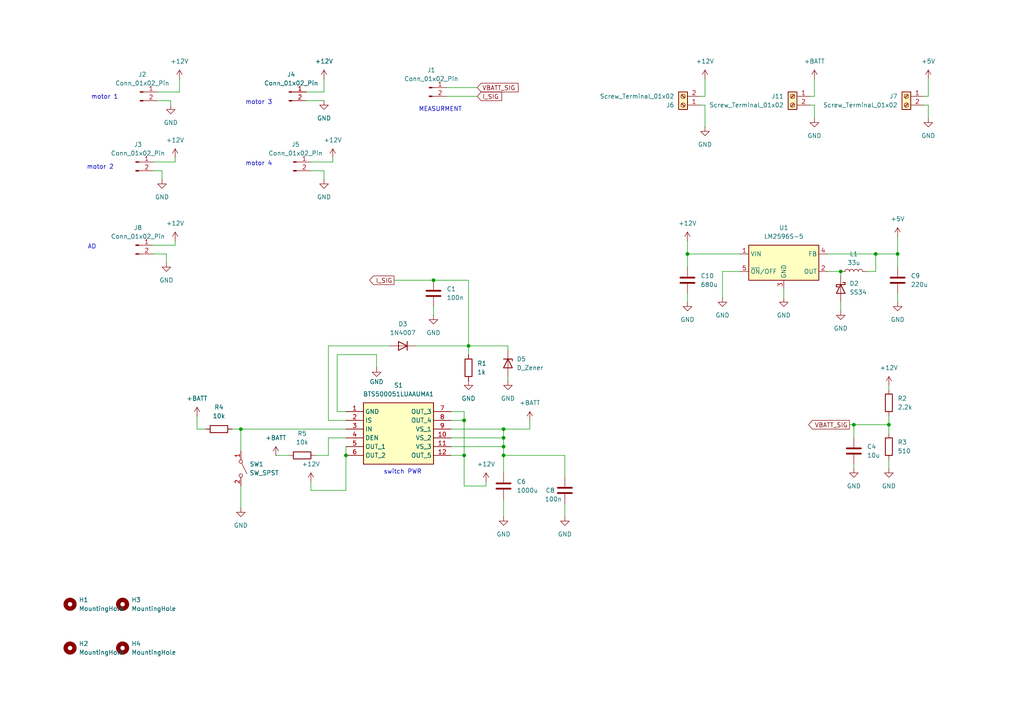
<source format=kicad_sch>
(kicad_sch
	(version 20250114)
	(generator "eeschema")
	(generator_version "9.0")
	(uuid "8d7eee74-4e66-43ff-b4d9-a3ad8116e446")
	(paper "A4")
	(lib_symbols
		(symbol "+12V_1"
			(power)
			(pin_names
				(offset 0)
			)
			(exclude_from_sim no)
			(in_bom yes)
			(on_board yes)
			(property "Reference" "#PWR"
				(at 0 -3.81 0)
				(effects
					(font
						(size 1.27 1.27)
					)
					(hide yes)
				)
			)
			(property "Value" "+12V"
				(at 0 3.556 0)
				(effects
					(font
						(size 1.27 1.27)
					)
				)
			)
			(property "Footprint" ""
				(at 0 0 0)
				(effects
					(font
						(size 1.27 1.27)
					)
					(hide yes)
				)
			)
			(property "Datasheet" ""
				(at 0 0 0)
				(effects
					(font
						(size 1.27 1.27)
					)
					(hide yes)
				)
			)
			(property "Description" "Power symbol creates a global label with name \"+12V\""
				(at 0 0 0)
				(effects
					(font
						(size 1.27 1.27)
					)
					(hide yes)
				)
			)
			(property "ki_keywords" "power-flag"
				(at 0 0 0)
				(effects
					(font
						(size 1.27 1.27)
					)
					(hide yes)
				)
			)
			(symbol "+12V_1_0_1"
				(polyline
					(pts
						(xy -0.762 1.27) (xy 0 2.54)
					)
					(stroke
						(width 0)
						(type default)
					)
					(fill
						(type none)
					)
				)
				(polyline
					(pts
						(xy 0 2.54) (xy 0.762 1.27)
					)
					(stroke
						(width 0)
						(type default)
					)
					(fill
						(type none)
					)
				)
				(polyline
					(pts
						(xy 0 0) (xy 0 2.54)
					)
					(stroke
						(width 0)
						(type default)
					)
					(fill
						(type none)
					)
				)
			)
			(symbol "+12V_1_1_1"
				(pin power_in line
					(at 0 0 90)
					(length 0)
					(hide yes)
					(name "+12V"
						(effects
							(font
								(size 1.27 1.27)
							)
						)
					)
					(number "1"
						(effects
							(font
								(size 1.27 1.27)
							)
						)
					)
				)
			)
			(embedded_fonts no)
		)
		(symbol "+12V_2"
			(power)
			(pin_names
				(offset 0)
			)
			(exclude_from_sim no)
			(in_bom yes)
			(on_board yes)
			(property "Reference" "#PWR"
				(at 0 -3.81 0)
				(effects
					(font
						(size 1.27 1.27)
					)
					(hide yes)
				)
			)
			(property "Value" "+12V"
				(at 0 3.556 0)
				(effects
					(font
						(size 1.27 1.27)
					)
				)
			)
			(property "Footprint" ""
				(at 0 0 0)
				(effects
					(font
						(size 1.27 1.27)
					)
					(hide yes)
				)
			)
			(property "Datasheet" ""
				(at 0 0 0)
				(effects
					(font
						(size 1.27 1.27)
					)
					(hide yes)
				)
			)
			(property "Description" "Power symbol creates a global label with name \"+12V\""
				(at 0 0 0)
				(effects
					(font
						(size 1.27 1.27)
					)
					(hide yes)
				)
			)
			(property "ki_keywords" "power-flag"
				(at 0 0 0)
				(effects
					(font
						(size 1.27 1.27)
					)
					(hide yes)
				)
			)
			(symbol "+12V_2_0_1"
				(polyline
					(pts
						(xy -0.762 1.27) (xy 0 2.54)
					)
					(stroke
						(width 0)
						(type default)
					)
					(fill
						(type none)
					)
				)
				(polyline
					(pts
						(xy 0 2.54) (xy 0.762 1.27)
					)
					(stroke
						(width 0)
						(type default)
					)
					(fill
						(type none)
					)
				)
				(polyline
					(pts
						(xy 0 0) (xy 0 2.54)
					)
					(stroke
						(width 0)
						(type default)
					)
					(fill
						(type none)
					)
				)
			)
			(symbol "+12V_2_1_1"
				(pin power_in line
					(at 0 0 90)
					(length 0)
					(hide yes)
					(name "+12V"
						(effects
							(font
								(size 1.27 1.27)
							)
						)
					)
					(number "1"
						(effects
							(font
								(size 1.27 1.27)
							)
						)
					)
				)
			)
			(embedded_fonts no)
		)
		(symbol "+12V_3"
			(power)
			(pin_numbers
				(hide yes)
			)
			(pin_names
				(offset 0)
				(hide yes)
			)
			(exclude_from_sim no)
			(in_bom yes)
			(on_board yes)
			(property "Reference" "#PWR"
				(at 0 -3.81 0)
				(effects
					(font
						(size 1.27 1.27)
					)
					(hide yes)
				)
			)
			(property "Value" "+12V"
				(at 0 3.556 0)
				(effects
					(font
						(size 1.27 1.27)
					)
				)
			)
			(property "Footprint" ""
				(at 0 0 0)
				(effects
					(font
						(size 1.27 1.27)
					)
					(hide yes)
				)
			)
			(property "Datasheet" ""
				(at 0 0 0)
				(effects
					(font
						(size 1.27 1.27)
					)
					(hide yes)
				)
			)
			(property "Description" "Power symbol creates a global label with name \"+12V\""
				(at 0 0 0)
				(effects
					(font
						(size 1.27 1.27)
					)
					(hide yes)
				)
			)
			(property "ki_keywords" "global power"
				(at 0 0 0)
				(effects
					(font
						(size 1.27 1.27)
					)
					(hide yes)
				)
			)
			(symbol "+12V_3_0_1"
				(polyline
					(pts
						(xy -0.762 1.27) (xy 0 2.54)
					)
					(stroke
						(width 0)
						(type default)
					)
					(fill
						(type none)
					)
				)
				(polyline
					(pts
						(xy 0 2.54) (xy 0.762 1.27)
					)
					(stroke
						(width 0)
						(type default)
					)
					(fill
						(type none)
					)
				)
				(polyline
					(pts
						(xy 0 0) (xy 0 2.54)
					)
					(stroke
						(width 0)
						(type default)
					)
					(fill
						(type none)
					)
				)
			)
			(symbol "+12V_3_1_1"
				(pin power_in line
					(at 0 0 90)
					(length 0)
					(name "~"
						(effects
							(font
								(size 1.27 1.27)
							)
						)
					)
					(number "1"
						(effects
							(font
								(size 1.27 1.27)
							)
						)
					)
				)
			)
			(embedded_fonts no)
		)
		(symbol "+5V_1"
			(power)
			(pin_names
				(offset 0)
			)
			(exclude_from_sim no)
			(in_bom yes)
			(on_board yes)
			(property "Reference" "#PWR"
				(at 0 -3.81 0)
				(effects
					(font
						(size 1.27 1.27)
					)
					(hide yes)
				)
			)
			(property "Value" "+5V"
				(at 0 3.556 0)
				(effects
					(font
						(size 1.27 1.27)
					)
				)
			)
			(property "Footprint" ""
				(at 0 0 0)
				(effects
					(font
						(size 1.27 1.27)
					)
					(hide yes)
				)
			)
			(property "Datasheet" ""
				(at 0 0 0)
				(effects
					(font
						(size 1.27 1.27)
					)
					(hide yes)
				)
			)
			(property "Description" "Power symbol creates a global label with name \"+5V\""
				(at 0 0 0)
				(effects
					(font
						(size 1.27 1.27)
					)
					(hide yes)
				)
			)
			(property "ki_keywords" "power-flag"
				(at 0 0 0)
				(effects
					(font
						(size 1.27 1.27)
					)
					(hide yes)
				)
			)
			(symbol "+5V_1_0_1"
				(polyline
					(pts
						(xy -0.762 1.27) (xy 0 2.54)
					)
					(stroke
						(width 0)
						(type default)
					)
					(fill
						(type none)
					)
				)
				(polyline
					(pts
						(xy 0 2.54) (xy 0.762 1.27)
					)
					(stroke
						(width 0)
						(type default)
					)
					(fill
						(type none)
					)
				)
				(polyline
					(pts
						(xy 0 0) (xy 0 2.54)
					)
					(stroke
						(width 0)
						(type default)
					)
					(fill
						(type none)
					)
				)
			)
			(symbol "+5V_1_1_1"
				(pin power_in line
					(at 0 0 90)
					(length 0)
					(hide yes)
					(name "+5V"
						(effects
							(font
								(size 1.27 1.27)
							)
						)
					)
					(number "1"
						(effects
							(font
								(size 1.27 1.27)
							)
						)
					)
				)
			)
			(embedded_fonts no)
		)
		(symbol "Connector:Conn_01x02_Pin"
			(pin_names
				(offset 1.016)
				(hide yes)
			)
			(exclude_from_sim no)
			(in_bom yes)
			(on_board yes)
			(property "Reference" "J"
				(at 0 2.54 0)
				(effects
					(font
						(size 1.27 1.27)
					)
				)
			)
			(property "Value" "Conn_01x02_Pin"
				(at 0 -5.08 0)
				(effects
					(font
						(size 1.27 1.27)
					)
				)
			)
			(property "Footprint" ""
				(at 0 0 0)
				(effects
					(font
						(size 1.27 1.27)
					)
					(hide yes)
				)
			)
			(property "Datasheet" "~"
				(at 0 0 0)
				(effects
					(font
						(size 1.27 1.27)
					)
					(hide yes)
				)
			)
			(property "Description" "Generic connector, single row, 01x02, script generated"
				(at 0 0 0)
				(effects
					(font
						(size 1.27 1.27)
					)
					(hide yes)
				)
			)
			(property "ki_locked" ""
				(at 0 0 0)
				(effects
					(font
						(size 1.27 1.27)
					)
				)
			)
			(property "ki_keywords" "connector"
				(at 0 0 0)
				(effects
					(font
						(size 1.27 1.27)
					)
					(hide yes)
				)
			)
			(property "ki_fp_filters" "Connector*:*_1x??_*"
				(at 0 0 0)
				(effects
					(font
						(size 1.27 1.27)
					)
					(hide yes)
				)
			)
			(symbol "Conn_01x02_Pin_1_1"
				(rectangle
					(start 0.8636 0.127)
					(end 0 -0.127)
					(stroke
						(width 0.1524)
						(type default)
					)
					(fill
						(type outline)
					)
				)
				(rectangle
					(start 0.8636 -2.413)
					(end 0 -2.667)
					(stroke
						(width 0.1524)
						(type default)
					)
					(fill
						(type outline)
					)
				)
				(polyline
					(pts
						(xy 1.27 0) (xy 0.8636 0)
					)
					(stroke
						(width 0.1524)
						(type default)
					)
					(fill
						(type none)
					)
				)
				(polyline
					(pts
						(xy 1.27 -2.54) (xy 0.8636 -2.54)
					)
					(stroke
						(width 0.1524)
						(type default)
					)
					(fill
						(type none)
					)
				)
				(pin passive line
					(at 5.08 0 180)
					(length 3.81)
					(name "Pin_1"
						(effects
							(font
								(size 1.27 1.27)
							)
						)
					)
					(number "1"
						(effects
							(font
								(size 1.27 1.27)
							)
						)
					)
				)
				(pin passive line
					(at 5.08 -2.54 180)
					(length 3.81)
					(name "Pin_2"
						(effects
							(font
								(size 1.27 1.27)
							)
						)
					)
					(number "2"
						(effects
							(font
								(size 1.27 1.27)
							)
						)
					)
				)
			)
			(embedded_fonts no)
		)
		(symbol "Connector:Screw_Terminal_01x02"
			(pin_names
				(offset 1.016)
				(hide yes)
			)
			(exclude_from_sim no)
			(in_bom yes)
			(on_board yes)
			(property "Reference" "J"
				(at 0 2.54 0)
				(effects
					(font
						(size 1.27 1.27)
					)
				)
			)
			(property "Value" "Screw_Terminal_01x02"
				(at 0 -5.08 0)
				(effects
					(font
						(size 1.27 1.27)
					)
				)
			)
			(property "Footprint" ""
				(at 0 0 0)
				(effects
					(font
						(size 1.27 1.27)
					)
					(hide yes)
				)
			)
			(property "Datasheet" "~"
				(at 0 0 0)
				(effects
					(font
						(size 1.27 1.27)
					)
					(hide yes)
				)
			)
			(property "Description" "Generic screw terminal, single row, 01x02, script generated (kicad-library-utils/schlib/autogen/connector/)"
				(at 0 0 0)
				(effects
					(font
						(size 1.27 1.27)
					)
					(hide yes)
				)
			)
			(property "ki_keywords" "screw terminal"
				(at 0 0 0)
				(effects
					(font
						(size 1.27 1.27)
					)
					(hide yes)
				)
			)
			(property "ki_fp_filters" "TerminalBlock*:*"
				(at 0 0 0)
				(effects
					(font
						(size 1.27 1.27)
					)
					(hide yes)
				)
			)
			(symbol "Screw_Terminal_01x02_1_1"
				(rectangle
					(start -1.27 1.27)
					(end 1.27 -3.81)
					(stroke
						(width 0.254)
						(type default)
					)
					(fill
						(type background)
					)
				)
				(polyline
					(pts
						(xy -0.5334 0.3302) (xy 0.3302 -0.508)
					)
					(stroke
						(width 0.1524)
						(type default)
					)
					(fill
						(type none)
					)
				)
				(polyline
					(pts
						(xy -0.5334 -2.2098) (xy 0.3302 -3.048)
					)
					(stroke
						(width 0.1524)
						(type default)
					)
					(fill
						(type none)
					)
				)
				(polyline
					(pts
						(xy -0.3556 0.508) (xy 0.508 -0.3302)
					)
					(stroke
						(width 0.1524)
						(type default)
					)
					(fill
						(type none)
					)
				)
				(polyline
					(pts
						(xy -0.3556 -2.032) (xy 0.508 -2.8702)
					)
					(stroke
						(width 0.1524)
						(type default)
					)
					(fill
						(type none)
					)
				)
				(circle
					(center 0 0)
					(radius 0.635)
					(stroke
						(width 0.1524)
						(type default)
					)
					(fill
						(type none)
					)
				)
				(circle
					(center 0 -2.54)
					(radius 0.635)
					(stroke
						(width 0.1524)
						(type default)
					)
					(fill
						(type none)
					)
				)
				(pin passive line
					(at -5.08 0 0)
					(length 3.81)
					(name "Pin_1"
						(effects
							(font
								(size 1.27 1.27)
							)
						)
					)
					(number "1"
						(effects
							(font
								(size 1.27 1.27)
							)
						)
					)
				)
				(pin passive line
					(at -5.08 -2.54 0)
					(length 3.81)
					(name "Pin_2"
						(effects
							(font
								(size 1.27 1.27)
							)
						)
					)
					(number "2"
						(effects
							(font
								(size 1.27 1.27)
							)
						)
					)
				)
			)
			(embedded_fonts no)
		)
		(symbol "Device:C"
			(pin_numbers
				(hide yes)
			)
			(pin_names
				(offset 0.254)
			)
			(exclude_from_sim no)
			(in_bom yes)
			(on_board yes)
			(property "Reference" "C"
				(at 0.635 2.54 0)
				(effects
					(font
						(size 1.27 1.27)
					)
					(justify left)
				)
			)
			(property "Value" "C"
				(at 0.635 -2.54 0)
				(effects
					(font
						(size 1.27 1.27)
					)
					(justify left)
				)
			)
			(property "Footprint" ""
				(at 0.9652 -3.81 0)
				(effects
					(font
						(size 1.27 1.27)
					)
					(hide yes)
				)
			)
			(property "Datasheet" "~"
				(at 0 0 0)
				(effects
					(font
						(size 1.27 1.27)
					)
					(hide yes)
				)
			)
			(property "Description" "Unpolarized capacitor"
				(at 0 0 0)
				(effects
					(font
						(size 1.27 1.27)
					)
					(hide yes)
				)
			)
			(property "ki_keywords" "cap capacitor"
				(at 0 0 0)
				(effects
					(font
						(size 1.27 1.27)
					)
					(hide yes)
				)
			)
			(property "ki_fp_filters" "C_*"
				(at 0 0 0)
				(effects
					(font
						(size 1.27 1.27)
					)
					(hide yes)
				)
			)
			(symbol "C_0_1"
				(polyline
					(pts
						(xy -2.032 0.762) (xy 2.032 0.762)
					)
					(stroke
						(width 0.508)
						(type default)
					)
					(fill
						(type none)
					)
				)
				(polyline
					(pts
						(xy -2.032 -0.762) (xy 2.032 -0.762)
					)
					(stroke
						(width 0.508)
						(type default)
					)
					(fill
						(type none)
					)
				)
			)
			(symbol "C_1_1"
				(pin passive line
					(at 0 3.81 270)
					(length 2.794)
					(name "~"
						(effects
							(font
								(size 1.27 1.27)
							)
						)
					)
					(number "1"
						(effects
							(font
								(size 1.27 1.27)
							)
						)
					)
				)
				(pin passive line
					(at 0 -3.81 90)
					(length 2.794)
					(name "~"
						(effects
							(font
								(size 1.27 1.27)
							)
						)
					)
					(number "2"
						(effects
							(font
								(size 1.27 1.27)
							)
						)
					)
				)
			)
			(embedded_fonts no)
		)
		(symbol "Device:D_Zener"
			(pin_numbers
				(hide yes)
			)
			(pin_names
				(offset 1.016)
				(hide yes)
			)
			(exclude_from_sim no)
			(in_bom yes)
			(on_board yes)
			(property "Reference" "D"
				(at 0 2.54 0)
				(effects
					(font
						(size 1.27 1.27)
					)
				)
			)
			(property "Value" "D_Zener"
				(at 0 -2.54 0)
				(effects
					(font
						(size 1.27 1.27)
					)
				)
			)
			(property "Footprint" ""
				(at 0 0 0)
				(effects
					(font
						(size 1.27 1.27)
					)
					(hide yes)
				)
			)
			(property "Datasheet" "~"
				(at 0 0 0)
				(effects
					(font
						(size 1.27 1.27)
					)
					(hide yes)
				)
			)
			(property "Description" "Zener diode"
				(at 0 0 0)
				(effects
					(font
						(size 1.27 1.27)
					)
					(hide yes)
				)
			)
			(property "ki_keywords" "diode"
				(at 0 0 0)
				(effects
					(font
						(size 1.27 1.27)
					)
					(hide yes)
				)
			)
			(property "ki_fp_filters" "TO-???* *_Diode_* *SingleDiode* D_*"
				(at 0 0 0)
				(effects
					(font
						(size 1.27 1.27)
					)
					(hide yes)
				)
			)
			(symbol "D_Zener_0_1"
				(polyline
					(pts
						(xy -1.27 -1.27) (xy -1.27 1.27) (xy -0.762 1.27)
					)
					(stroke
						(width 0.254)
						(type default)
					)
					(fill
						(type none)
					)
				)
				(polyline
					(pts
						(xy 1.27 0) (xy -1.27 0)
					)
					(stroke
						(width 0)
						(type default)
					)
					(fill
						(type none)
					)
				)
				(polyline
					(pts
						(xy 1.27 -1.27) (xy 1.27 1.27) (xy -1.27 0) (xy 1.27 -1.27)
					)
					(stroke
						(width 0.254)
						(type default)
					)
					(fill
						(type none)
					)
				)
			)
			(symbol "D_Zener_1_1"
				(pin passive line
					(at -3.81 0 0)
					(length 2.54)
					(name "K"
						(effects
							(font
								(size 1.27 1.27)
							)
						)
					)
					(number "1"
						(effects
							(font
								(size 1.27 1.27)
							)
						)
					)
				)
				(pin passive line
					(at 3.81 0 180)
					(length 2.54)
					(name "A"
						(effects
							(font
								(size 1.27 1.27)
							)
						)
					)
					(number "2"
						(effects
							(font
								(size 1.27 1.27)
							)
						)
					)
				)
			)
			(embedded_fonts no)
		)
		(symbol "Device:L"
			(pin_numbers
				(hide yes)
			)
			(pin_names
				(offset 1.016)
				(hide yes)
			)
			(exclude_from_sim no)
			(in_bom yes)
			(on_board yes)
			(property "Reference" "L"
				(at -1.27 0 90)
				(effects
					(font
						(size 1.27 1.27)
					)
				)
			)
			(property "Value" "L"
				(at 1.905 0 90)
				(effects
					(font
						(size 1.27 1.27)
					)
				)
			)
			(property "Footprint" ""
				(at 0 0 0)
				(effects
					(font
						(size 1.27 1.27)
					)
					(hide yes)
				)
			)
			(property "Datasheet" "~"
				(at 0 0 0)
				(effects
					(font
						(size 1.27 1.27)
					)
					(hide yes)
				)
			)
			(property "Description" "Inductor"
				(at 0 0 0)
				(effects
					(font
						(size 1.27 1.27)
					)
					(hide yes)
				)
			)
			(property "ki_keywords" "inductor choke coil reactor magnetic"
				(at 0 0 0)
				(effects
					(font
						(size 1.27 1.27)
					)
					(hide yes)
				)
			)
			(property "ki_fp_filters" "Choke_* *Coil* Inductor_* L_*"
				(at 0 0 0)
				(effects
					(font
						(size 1.27 1.27)
					)
					(hide yes)
				)
			)
			(symbol "L_0_1"
				(arc
					(start 0 2.54)
					(mid 0.6323 1.905)
					(end 0 1.27)
					(stroke
						(width 0)
						(type default)
					)
					(fill
						(type none)
					)
				)
				(arc
					(start 0 1.27)
					(mid 0.6323 0.635)
					(end 0 0)
					(stroke
						(width 0)
						(type default)
					)
					(fill
						(type none)
					)
				)
				(arc
					(start 0 0)
					(mid 0.6323 -0.635)
					(end 0 -1.27)
					(stroke
						(width 0)
						(type default)
					)
					(fill
						(type none)
					)
				)
				(arc
					(start 0 -1.27)
					(mid 0.6323 -1.905)
					(end 0 -2.54)
					(stroke
						(width 0)
						(type default)
					)
					(fill
						(type none)
					)
				)
			)
			(symbol "L_1_1"
				(pin passive line
					(at 0 3.81 270)
					(length 1.27)
					(name "1"
						(effects
							(font
								(size 1.27 1.27)
							)
						)
					)
					(number "1"
						(effects
							(font
								(size 1.27 1.27)
							)
						)
					)
				)
				(pin passive line
					(at 0 -3.81 90)
					(length 1.27)
					(name "2"
						(effects
							(font
								(size 1.27 1.27)
							)
						)
					)
					(number "2"
						(effects
							(font
								(size 1.27 1.27)
							)
						)
					)
				)
			)
			(embedded_fonts no)
		)
		(symbol "Device:R"
			(pin_numbers
				(hide yes)
			)
			(pin_names
				(offset 0)
			)
			(exclude_from_sim no)
			(in_bom yes)
			(on_board yes)
			(property "Reference" "R"
				(at 2.032 0 90)
				(effects
					(font
						(size 1.27 1.27)
					)
				)
			)
			(property "Value" "R"
				(at 0 0 90)
				(effects
					(font
						(size 1.27 1.27)
					)
				)
			)
			(property "Footprint" ""
				(at -1.778 0 90)
				(effects
					(font
						(size 1.27 1.27)
					)
					(hide yes)
				)
			)
			(property "Datasheet" "~"
				(at 0 0 0)
				(effects
					(font
						(size 1.27 1.27)
					)
					(hide yes)
				)
			)
			(property "Description" "Resistor"
				(at 0 0 0)
				(effects
					(font
						(size 1.27 1.27)
					)
					(hide yes)
				)
			)
			(property "ki_keywords" "R res resistor"
				(at 0 0 0)
				(effects
					(font
						(size 1.27 1.27)
					)
					(hide yes)
				)
			)
			(property "ki_fp_filters" "R_*"
				(at 0 0 0)
				(effects
					(font
						(size 1.27 1.27)
					)
					(hide yes)
				)
			)
			(symbol "R_0_1"
				(rectangle
					(start -1.016 -2.54)
					(end 1.016 2.54)
					(stroke
						(width 0.254)
						(type default)
					)
					(fill
						(type none)
					)
				)
			)
			(symbol "R_1_1"
				(pin passive line
					(at 0 3.81 270)
					(length 1.27)
					(name "~"
						(effects
							(font
								(size 1.27 1.27)
							)
						)
					)
					(number "1"
						(effects
							(font
								(size 1.27 1.27)
							)
						)
					)
				)
				(pin passive line
					(at 0 -3.81 90)
					(length 1.27)
					(name "~"
						(effects
							(font
								(size 1.27 1.27)
							)
						)
					)
					(number "2"
						(effects
							(font
								(size 1.27 1.27)
							)
						)
					)
				)
			)
			(embedded_fonts no)
		)
		(symbol "Diode:1N4007"
			(pin_numbers
				(hide yes)
			)
			(pin_names
				(hide yes)
			)
			(exclude_from_sim no)
			(in_bom yes)
			(on_board yes)
			(property "Reference" "D"
				(at 0 2.54 0)
				(effects
					(font
						(size 1.27 1.27)
					)
				)
			)
			(property "Value" "1N4007"
				(at 0 -2.54 0)
				(effects
					(font
						(size 1.27 1.27)
					)
				)
			)
			(property "Footprint" "Diode_THT:D_DO-41_SOD81_P10.16mm_Horizontal"
				(at 0 -4.445 0)
				(effects
					(font
						(size 1.27 1.27)
					)
					(hide yes)
				)
			)
			(property "Datasheet" "http://www.vishay.com/docs/88503/1n4001.pdf"
				(at 0 0 0)
				(effects
					(font
						(size 1.27 1.27)
					)
					(hide yes)
				)
			)
			(property "Description" "1000V 1A General Purpose Rectifier Diode, DO-41"
				(at 0 0 0)
				(effects
					(font
						(size 1.27 1.27)
					)
					(hide yes)
				)
			)
			(property "Sim.Device" "D"
				(at 0 0 0)
				(effects
					(font
						(size 1.27 1.27)
					)
					(hide yes)
				)
			)
			(property "Sim.Pins" "1=K 2=A"
				(at 0 0 0)
				(effects
					(font
						(size 1.27 1.27)
					)
					(hide yes)
				)
			)
			(property "ki_keywords" "diode"
				(at 0 0 0)
				(effects
					(font
						(size 1.27 1.27)
					)
					(hide yes)
				)
			)
			(property "ki_fp_filters" "D*DO?41*"
				(at 0 0 0)
				(effects
					(font
						(size 1.27 1.27)
					)
					(hide yes)
				)
			)
			(symbol "1N4007_0_1"
				(polyline
					(pts
						(xy -1.27 1.27) (xy -1.27 -1.27)
					)
					(stroke
						(width 0.254)
						(type default)
					)
					(fill
						(type none)
					)
				)
				(polyline
					(pts
						(xy 1.27 1.27) (xy 1.27 -1.27) (xy -1.27 0) (xy 1.27 1.27)
					)
					(stroke
						(width 0.254)
						(type default)
					)
					(fill
						(type none)
					)
				)
				(polyline
					(pts
						(xy 1.27 0) (xy -1.27 0)
					)
					(stroke
						(width 0)
						(type default)
					)
					(fill
						(type none)
					)
				)
			)
			(symbol "1N4007_1_1"
				(pin passive line
					(at -3.81 0 0)
					(length 2.54)
					(name "K"
						(effects
							(font
								(size 1.27 1.27)
							)
						)
					)
					(number "1"
						(effects
							(font
								(size 1.27 1.27)
							)
						)
					)
				)
				(pin passive line
					(at 3.81 0 180)
					(length 2.54)
					(name "A"
						(effects
							(font
								(size 1.27 1.27)
							)
						)
					)
					(number "2"
						(effects
							(font
								(size 1.27 1.27)
							)
						)
					)
				)
			)
			(embedded_fonts no)
		)
		(symbol "Diode:SS34"
			(pin_numbers
				(hide yes)
			)
			(pin_names
				(offset 1.016)
				(hide yes)
			)
			(exclude_from_sim no)
			(in_bom yes)
			(on_board yes)
			(property "Reference" "D"
				(at 0 2.54 0)
				(effects
					(font
						(size 1.27 1.27)
					)
				)
			)
			(property "Value" "SS34"
				(at 0 -2.54 0)
				(effects
					(font
						(size 1.27 1.27)
					)
				)
			)
			(property "Footprint" "Diode_SMD:D_SMA"
				(at 0 -4.445 0)
				(effects
					(font
						(size 1.27 1.27)
					)
					(hide yes)
				)
			)
			(property "Datasheet" "https://www.vishay.com/docs/88751/ss32.pdf"
				(at 0 0 0)
				(effects
					(font
						(size 1.27 1.27)
					)
					(hide yes)
				)
			)
			(property "Description" "40V 3A Schottky Diode, SMA"
				(at 0 0 0)
				(effects
					(font
						(size 1.27 1.27)
					)
					(hide yes)
				)
			)
			(property "ki_keywords" "diode Schottky"
				(at 0 0 0)
				(effects
					(font
						(size 1.27 1.27)
					)
					(hide yes)
				)
			)
			(property "ki_fp_filters" "D*SMA*"
				(at 0 0 0)
				(effects
					(font
						(size 1.27 1.27)
					)
					(hide yes)
				)
			)
			(symbol "SS34_0_1"
				(polyline
					(pts
						(xy -1.905 0.635) (xy -1.905 1.27) (xy -1.27 1.27) (xy -1.27 -1.27) (xy -0.635 -1.27) (xy -0.635 -0.635)
					)
					(stroke
						(width 0.254)
						(type default)
					)
					(fill
						(type none)
					)
				)
				(polyline
					(pts
						(xy 1.27 1.27) (xy 1.27 -1.27) (xy -1.27 0) (xy 1.27 1.27)
					)
					(stroke
						(width 0.254)
						(type default)
					)
					(fill
						(type none)
					)
				)
				(polyline
					(pts
						(xy 1.27 0) (xy -1.27 0)
					)
					(stroke
						(width 0)
						(type default)
					)
					(fill
						(type none)
					)
				)
			)
			(symbol "SS34_1_1"
				(pin passive line
					(at -3.81 0 0)
					(length 2.54)
					(name "K"
						(effects
							(font
								(size 1.27 1.27)
							)
						)
					)
					(number "1"
						(effects
							(font
								(size 1.27 1.27)
							)
						)
					)
				)
				(pin passive line
					(at 3.81 0 180)
					(length 2.54)
					(name "A"
						(effects
							(font
								(size 1.27 1.27)
							)
						)
					)
					(number "2"
						(effects
							(font
								(size 1.27 1.27)
							)
						)
					)
				)
			)
			(embedded_fonts no)
		)
		(symbol "Mechanical:MountingHole"
			(pin_names
				(offset 1.016)
			)
			(exclude_from_sim yes)
			(in_bom no)
			(on_board yes)
			(property "Reference" "H"
				(at 0 5.08 0)
				(effects
					(font
						(size 1.27 1.27)
					)
				)
			)
			(property "Value" "MountingHole"
				(at 0 3.175 0)
				(effects
					(font
						(size 1.27 1.27)
					)
				)
			)
			(property "Footprint" ""
				(at 0 0 0)
				(effects
					(font
						(size 1.27 1.27)
					)
					(hide yes)
				)
			)
			(property "Datasheet" "~"
				(at 0 0 0)
				(effects
					(font
						(size 1.27 1.27)
					)
					(hide yes)
				)
			)
			(property "Description" "Mounting Hole without connection"
				(at 0 0 0)
				(effects
					(font
						(size 1.27 1.27)
					)
					(hide yes)
				)
			)
			(property "ki_keywords" "mounting hole"
				(at 0 0 0)
				(effects
					(font
						(size 1.27 1.27)
					)
					(hide yes)
				)
			)
			(property "ki_fp_filters" "MountingHole*"
				(at 0 0 0)
				(effects
					(font
						(size 1.27 1.27)
					)
					(hide yes)
				)
			)
			(symbol "MountingHole_0_1"
				(circle
					(center 0 0)
					(radius 1.27)
					(stroke
						(width 1.27)
						(type default)
					)
					(fill
						(type none)
					)
				)
			)
			(embedded_fonts no)
		)
		(symbol "MountingHole_1"
			(pin_names
				(offset 1.016)
			)
			(exclude_from_sim yes)
			(in_bom no)
			(on_board yes)
			(property "Reference" "H"
				(at 0 5.08 0)
				(effects
					(font
						(size 1.27 1.27)
					)
				)
			)
			(property "Value" "MountingHole"
				(at 0 3.175 0)
				(effects
					(font
						(size 1.27 1.27)
					)
				)
			)
			(property "Footprint" ""
				(at 0 0 0)
				(effects
					(font
						(size 1.27 1.27)
					)
					(hide yes)
				)
			)
			(property "Datasheet" "~"
				(at 0 0 0)
				(effects
					(font
						(size 1.27 1.27)
					)
					(hide yes)
				)
			)
			(property "Description" "Mounting Hole without connection"
				(at 0 0 0)
				(effects
					(font
						(size 1.27 1.27)
					)
					(hide yes)
				)
			)
			(property "ki_keywords" "mounting hole"
				(at 0 0 0)
				(effects
					(font
						(size 1.27 1.27)
					)
					(hide yes)
				)
			)
			(property "ki_fp_filters" "MountingHole*"
				(at 0 0 0)
				(effects
					(font
						(size 1.27 1.27)
					)
					(hide yes)
				)
			)
			(symbol "MountingHole_1_0_1"
				(circle
					(center 0 0)
					(radius 1.27)
					(stroke
						(width 1.27)
						(type default)
					)
					(fill
						(type none)
					)
				)
			)
			(embedded_fonts no)
		)
		(symbol "MountingHole_2"
			(pin_names
				(offset 1.016)
			)
			(exclude_from_sim yes)
			(in_bom no)
			(on_board yes)
			(property "Reference" "H"
				(at 0 5.08 0)
				(effects
					(font
						(size 1.27 1.27)
					)
				)
			)
			(property "Value" "MountingHole"
				(at 0 3.175 0)
				(effects
					(font
						(size 1.27 1.27)
					)
				)
			)
			(property "Footprint" ""
				(at 0 0 0)
				(effects
					(font
						(size 1.27 1.27)
					)
					(hide yes)
				)
			)
			(property "Datasheet" "~"
				(at 0 0 0)
				(effects
					(font
						(size 1.27 1.27)
					)
					(hide yes)
				)
			)
			(property "Description" "Mounting Hole without connection"
				(at 0 0 0)
				(effects
					(font
						(size 1.27 1.27)
					)
					(hide yes)
				)
			)
			(property "ki_keywords" "mounting hole"
				(at 0 0 0)
				(effects
					(font
						(size 1.27 1.27)
					)
					(hide yes)
				)
			)
			(property "ki_fp_filters" "MountingHole*"
				(at 0 0 0)
				(effects
					(font
						(size 1.27 1.27)
					)
					(hide yes)
				)
			)
			(symbol "MountingHole_2_0_1"
				(circle
					(center 0 0)
					(radius 1.27)
					(stroke
						(width 1.27)
						(type default)
					)
					(fill
						(type none)
					)
				)
			)
			(embedded_fonts no)
		)
		(symbol "MountingHole_5"
			(pin_names
				(offset 1.016)
			)
			(exclude_from_sim yes)
			(in_bom no)
			(on_board yes)
			(property "Reference" "H"
				(at 0 5.08 0)
				(effects
					(font
						(size 1.27 1.27)
					)
				)
			)
			(property "Value" "MountingHole"
				(at 0 3.175 0)
				(effects
					(font
						(size 1.27 1.27)
					)
				)
			)
			(property "Footprint" ""
				(at 0 0 0)
				(effects
					(font
						(size 1.27 1.27)
					)
					(hide yes)
				)
			)
			(property "Datasheet" "~"
				(at 0 0 0)
				(effects
					(font
						(size 1.27 1.27)
					)
					(hide yes)
				)
			)
			(property "Description" "Mounting Hole without connection"
				(at 0 0 0)
				(effects
					(font
						(size 1.27 1.27)
					)
					(hide yes)
				)
			)
			(property "ki_keywords" "mounting hole"
				(at 0 0 0)
				(effects
					(font
						(size 1.27 1.27)
					)
					(hide yes)
				)
			)
			(property "ki_fp_filters" "MountingHole*"
				(at 0 0 0)
				(effects
					(font
						(size 1.27 1.27)
					)
					(hide yes)
				)
			)
			(symbol "MountingHole_5_0_1"
				(circle
					(center 0 0)
					(radius 1.27)
					(stroke
						(width 1.27)
						(type default)
					)
					(fill
						(type none)
					)
				)
			)
			(embedded_fonts no)
		)
		(symbol "Regulator_Switching:LM2596S-5"
			(exclude_from_sim no)
			(in_bom yes)
			(on_board yes)
			(property "Reference" "U"
				(at -10.16 6.35 0)
				(effects
					(font
						(size 1.27 1.27)
					)
					(justify left)
				)
			)
			(property "Value" "LM2596S-5"
				(at 0 6.35 0)
				(effects
					(font
						(size 1.27 1.27)
					)
					(justify left)
				)
			)
			(property "Footprint" "Package_TO_SOT_SMD:TO-263-5_TabPin3"
				(at 1.27 -6.35 0)
				(effects
					(font
						(size 1.27 1.27)
						(italic yes)
					)
					(justify left)
					(hide yes)
				)
			)
			(property "Datasheet" "http://www.ti.com/lit/ds/symlink/lm2596.pdf"
				(at 0 0 0)
				(effects
					(font
						(size 1.27 1.27)
					)
					(hide yes)
				)
			)
			(property "Description" "5V 3A Step-Down Voltage Regulator, TO-263"
				(at 0 0 0)
				(effects
					(font
						(size 1.27 1.27)
					)
					(hide yes)
				)
			)
			(property "ki_keywords" "Step-Down Voltage Regulator 5V 3A"
				(at 0 0 0)
				(effects
					(font
						(size 1.27 1.27)
					)
					(hide yes)
				)
			)
			(property "ki_fp_filters" "TO?263*"
				(at 0 0 0)
				(effects
					(font
						(size 1.27 1.27)
					)
					(hide yes)
				)
			)
			(symbol "LM2596S-5_0_1"
				(rectangle
					(start -10.16 5.08)
					(end 10.16 -5.08)
					(stroke
						(width 0.254)
						(type default)
					)
					(fill
						(type background)
					)
				)
			)
			(symbol "LM2596S-5_1_1"
				(pin power_in line
					(at -12.7 2.54 0)
					(length 2.54)
					(name "VIN"
						(effects
							(font
								(size 1.27 1.27)
							)
						)
					)
					(number "1"
						(effects
							(font
								(size 1.27 1.27)
							)
						)
					)
				)
				(pin input line
					(at -12.7 -2.54 0)
					(length 2.54)
					(name "~{ON}/OFF"
						(effects
							(font
								(size 1.27 1.27)
							)
						)
					)
					(number "5"
						(effects
							(font
								(size 1.27 1.27)
							)
						)
					)
				)
				(pin power_in line
					(at 0 -7.62 90)
					(length 2.54)
					(name "GND"
						(effects
							(font
								(size 1.27 1.27)
							)
						)
					)
					(number "3"
						(effects
							(font
								(size 1.27 1.27)
							)
						)
					)
				)
				(pin input line
					(at 12.7 2.54 180)
					(length 2.54)
					(name "FB"
						(effects
							(font
								(size 1.27 1.27)
							)
						)
					)
					(number "4"
						(effects
							(font
								(size 1.27 1.27)
							)
						)
					)
				)
				(pin output line
					(at 12.7 -2.54 180)
					(length 2.54)
					(name "OUT"
						(effects
							(font
								(size 1.27 1.27)
							)
						)
					)
					(number "2"
						(effects
							(font
								(size 1.27 1.27)
							)
						)
					)
				)
			)
			(embedded_fonts no)
		)
		(symbol "SamacSys_Parts:BTS500051LUAAUMA1"
			(exclude_from_sim no)
			(in_bom yes)
			(on_board yes)
			(property "Reference" "S"
				(at 26.67 7.62 0)
				(effects
					(font
						(size 1.27 1.27)
					)
					(justify left top)
				)
			)
			(property "Value" "BTS500051LUAAUMA1"
				(at 26.67 5.08 0)
				(effects
					(font
						(size 1.27 1.27)
					)
					(justify left top)
				)
			)
			(property "Footprint" "BTS500051LUAAUMA1"
				(at 26.67 -94.92 0)
				(effects
					(font
						(size 1.27 1.27)
					)
					(justify left top)
					(hide yes)
				)
			)
			(property "Datasheet" "https://www.infineon.com/dgdl/Infineon-BTS50005-1LUA-DataSheet-v01_10-EN.pdf?fileId=8ac78c8c85ecb3470186018c2d330997"
				(at 26.67 -194.92 0)
				(effects
					(font
						(size 1.27 1.27)
					)
					(justify left top)
					(hide yes)
				)
			)
			(property "Description" "BTS50050xx Series 28 V 16 A Smart High Side Power Switch"
				(at 0 0 0)
				(effects
					(font
						(size 1.27 1.27)
					)
					(hide yes)
				)
			)
			(property "Height" "2.3"
				(at 26.67 -394.92 0)
				(effects
					(font
						(size 1.27 1.27)
					)
					(justify left top)
					(hide yes)
				)
			)
			(property "Manufacturer_Name" "Infineon"
				(at 26.67 -494.92 0)
				(effects
					(font
						(size 1.27 1.27)
					)
					(justify left top)
					(hide yes)
				)
			)
			(property "Manufacturer_Part_Number" "BTS500051LUAAUMA1"
				(at 26.67 -594.92 0)
				(effects
					(font
						(size 1.27 1.27)
					)
					(justify left top)
					(hide yes)
				)
			)
			(property "Mouser Part Number" "726-BTS500051LUAAUMA"
				(at 26.67 -694.92 0)
				(effects
					(font
						(size 1.27 1.27)
					)
					(justify left top)
					(hide yes)
				)
			)
			(property "Mouser Price/Stock" "https://www.mouser.co.uk/ProductDetail/Infineon-Technologies/BTS500051LUAAUMA1?qs=8Wlm6%252BaMh8TwdI2Fte79Yg%3D%3D"
				(at 26.67 -794.92 0)
				(effects
					(font
						(size 1.27 1.27)
					)
					(justify left top)
					(hide yes)
				)
			)
			(property "Arrow Part Number" ""
				(at 26.67 -894.92 0)
				(effects
					(font
						(size 1.27 1.27)
					)
					(justify left top)
					(hide yes)
				)
			)
			(property "Arrow Price/Stock" ""
				(at 26.67 -994.92 0)
				(effects
					(font
						(size 1.27 1.27)
					)
					(justify left top)
					(hide yes)
				)
			)
			(symbol "BTS500051LUAAUMA1_1_1"
				(rectangle
					(start 5.08 2.54)
					(end 25.4 -15.24)
					(stroke
						(width 0.254)
						(type default)
					)
					(fill
						(type background)
					)
				)
				(pin passive line
					(at 0 0 0)
					(length 5.08)
					(name "GND"
						(effects
							(font
								(size 1.27 1.27)
							)
						)
					)
					(number "1"
						(effects
							(font
								(size 1.27 1.27)
							)
						)
					)
				)
				(pin passive line
					(at 0 -2.54 0)
					(length 5.08)
					(name "IS"
						(effects
							(font
								(size 1.27 1.27)
							)
						)
					)
					(number "2"
						(effects
							(font
								(size 1.27 1.27)
							)
						)
					)
				)
				(pin passive line
					(at 0 -5.08 0)
					(length 5.08)
					(name "IN"
						(effects
							(font
								(size 1.27 1.27)
							)
						)
					)
					(number "3"
						(effects
							(font
								(size 1.27 1.27)
							)
						)
					)
				)
				(pin passive line
					(at 0 -7.62 0)
					(length 5.08)
					(name "DEN"
						(effects
							(font
								(size 1.27 1.27)
							)
						)
					)
					(number "4"
						(effects
							(font
								(size 1.27 1.27)
							)
						)
					)
				)
				(pin passive line
					(at 0 -10.16 0)
					(length 5.08)
					(name "OUT_1"
						(effects
							(font
								(size 1.27 1.27)
							)
						)
					)
					(number "5"
						(effects
							(font
								(size 1.27 1.27)
							)
						)
					)
				)
				(pin passive line
					(at 0 -12.7 0)
					(length 5.08)
					(name "OUT_2"
						(effects
							(font
								(size 1.27 1.27)
							)
						)
					)
					(number "6"
						(effects
							(font
								(size 1.27 1.27)
							)
						)
					)
				)
				(pin passive line
					(at 30.48 0 180)
					(length 5.08)
					(name "OUT_3"
						(effects
							(font
								(size 1.27 1.27)
							)
						)
					)
					(number "7"
						(effects
							(font
								(size 1.27 1.27)
							)
						)
					)
				)
				(pin passive line
					(at 30.48 -2.54 180)
					(length 5.08)
					(name "OUT_4"
						(effects
							(font
								(size 1.27 1.27)
							)
						)
					)
					(number "8"
						(effects
							(font
								(size 1.27 1.27)
							)
						)
					)
				)
				(pin passive line
					(at 30.48 -5.08 180)
					(length 5.08)
					(name "VS_1"
						(effects
							(font
								(size 1.27 1.27)
							)
						)
					)
					(number "9"
						(effects
							(font
								(size 1.27 1.27)
							)
						)
					)
				)
				(pin passive line
					(at 30.48 -7.62 180)
					(length 5.08)
					(name "VS_2"
						(effects
							(font
								(size 1.27 1.27)
							)
						)
					)
					(number "10"
						(effects
							(font
								(size 1.27 1.27)
							)
						)
					)
				)
				(pin passive line
					(at 30.48 -10.16 180)
					(length 5.08)
					(name "VS_3"
						(effects
							(font
								(size 1.27 1.27)
							)
						)
					)
					(number "11"
						(effects
							(font
								(size 1.27 1.27)
							)
						)
					)
				)
				(pin passive line
					(at 30.48 -12.7 180)
					(length 5.08)
					(name "OUT_5"
						(effects
							(font
								(size 1.27 1.27)
							)
						)
					)
					(number "12"
						(effects
							(font
								(size 1.27 1.27)
							)
						)
					)
				)
			)
			(embedded_fonts no)
		)
		(symbol "Switch:SW_SPST"
			(pin_names
				(offset 0)
				(hide yes)
			)
			(exclude_from_sim no)
			(in_bom yes)
			(on_board yes)
			(property "Reference" "SW"
				(at 0 3.175 0)
				(effects
					(font
						(size 1.27 1.27)
					)
				)
			)
			(property "Value" "SW_SPST"
				(at 0 -2.54 0)
				(effects
					(font
						(size 1.27 1.27)
					)
				)
			)
			(property "Footprint" ""
				(at 0 0 0)
				(effects
					(font
						(size 1.27 1.27)
					)
					(hide yes)
				)
			)
			(property "Datasheet" "~"
				(at 0 0 0)
				(effects
					(font
						(size 1.27 1.27)
					)
					(hide yes)
				)
			)
			(property "Description" "Single Pole Single Throw (SPST) switch"
				(at 0 0 0)
				(effects
					(font
						(size 1.27 1.27)
					)
					(hide yes)
				)
			)
			(property "ki_keywords" "switch lever"
				(at 0 0 0)
				(effects
					(font
						(size 1.27 1.27)
					)
					(hide yes)
				)
			)
			(symbol "SW_SPST_0_0"
				(circle
					(center -2.032 0)
					(radius 0.508)
					(stroke
						(width 0)
						(type default)
					)
					(fill
						(type none)
					)
				)
				(polyline
					(pts
						(xy -1.524 0.254) (xy 1.524 1.778)
					)
					(stroke
						(width 0)
						(type default)
					)
					(fill
						(type none)
					)
				)
				(circle
					(center 2.032 0)
					(radius 0.508)
					(stroke
						(width 0)
						(type default)
					)
					(fill
						(type none)
					)
				)
			)
			(symbol "SW_SPST_1_1"
				(pin passive line
					(at -5.08 0 0)
					(length 2.54)
					(name "A"
						(effects
							(font
								(size 1.27 1.27)
							)
						)
					)
					(number "1"
						(effects
							(font
								(size 1.27 1.27)
							)
						)
					)
				)
				(pin passive line
					(at 5.08 0 180)
					(length 2.54)
					(name "B"
						(effects
							(font
								(size 1.27 1.27)
							)
						)
					)
					(number "2"
						(effects
							(font
								(size 1.27 1.27)
							)
						)
					)
				)
			)
			(embedded_fonts no)
		)
		(symbol "power:+BATT"
			(power)
			(pin_numbers
				(hide yes)
			)
			(pin_names
				(offset 0)
				(hide yes)
			)
			(exclude_from_sim no)
			(in_bom yes)
			(on_board yes)
			(property "Reference" "#PWR"
				(at 0 -3.81 0)
				(effects
					(font
						(size 1.27 1.27)
					)
					(hide yes)
				)
			)
			(property "Value" "+BATT"
				(at 0 3.556 0)
				(effects
					(font
						(size 1.27 1.27)
					)
				)
			)
			(property "Footprint" ""
				(at 0 0 0)
				(effects
					(font
						(size 1.27 1.27)
					)
					(hide yes)
				)
			)
			(property "Datasheet" ""
				(at 0 0 0)
				(effects
					(font
						(size 1.27 1.27)
					)
					(hide yes)
				)
			)
			(property "Description" "Power symbol creates a global label with name \"+BATT\""
				(at 0 0 0)
				(effects
					(font
						(size 1.27 1.27)
					)
					(hide yes)
				)
			)
			(property "ki_keywords" "global power battery"
				(at 0 0 0)
				(effects
					(font
						(size 1.27 1.27)
					)
					(hide yes)
				)
			)
			(symbol "+BATT_0_1"
				(polyline
					(pts
						(xy -0.762 1.27) (xy 0 2.54)
					)
					(stroke
						(width 0)
						(type default)
					)
					(fill
						(type none)
					)
				)
				(polyline
					(pts
						(xy 0 2.54) (xy 0.762 1.27)
					)
					(stroke
						(width 0)
						(type default)
					)
					(fill
						(type none)
					)
				)
				(polyline
					(pts
						(xy 0 0) (xy 0 2.54)
					)
					(stroke
						(width 0)
						(type default)
					)
					(fill
						(type none)
					)
				)
			)
			(symbol "+BATT_1_1"
				(pin power_in line
					(at 0 0 90)
					(length 0)
					(name "~"
						(effects
							(font
								(size 1.27 1.27)
							)
						)
					)
					(number "1"
						(effects
							(font
								(size 1.27 1.27)
							)
						)
					)
				)
			)
			(embedded_fonts no)
		)
		(symbol "power:GND"
			(power)
			(pin_numbers
				(hide yes)
			)
			(pin_names
				(offset 0)
				(hide yes)
			)
			(exclude_from_sim no)
			(in_bom yes)
			(on_board yes)
			(property "Reference" "#PWR"
				(at 0 -6.35 0)
				(effects
					(font
						(size 1.27 1.27)
					)
					(hide yes)
				)
			)
			(property "Value" "GND"
				(at 0 -3.81 0)
				(effects
					(font
						(size 1.27 1.27)
					)
				)
			)
			(property "Footprint" ""
				(at 0 0 0)
				(effects
					(font
						(size 1.27 1.27)
					)
					(hide yes)
				)
			)
			(property "Datasheet" ""
				(at 0 0 0)
				(effects
					(font
						(size 1.27 1.27)
					)
					(hide yes)
				)
			)
			(property "Description" "Power symbol creates a global label with name \"GND\" , ground"
				(at 0 0 0)
				(effects
					(font
						(size 1.27 1.27)
					)
					(hide yes)
				)
			)
			(property "ki_keywords" "global power"
				(at 0 0 0)
				(effects
					(font
						(size 1.27 1.27)
					)
					(hide yes)
				)
			)
			(symbol "GND_0_1"
				(polyline
					(pts
						(xy 0 0) (xy 0 -1.27) (xy 1.27 -1.27) (xy 0 -2.54) (xy -1.27 -1.27) (xy 0 -1.27)
					)
					(stroke
						(width 0)
						(type default)
					)
					(fill
						(type none)
					)
				)
			)
			(symbol "GND_1_1"
				(pin power_in line
					(at 0 0 270)
					(length 0)
					(name "~"
						(effects
							(font
								(size 1.27 1.27)
							)
						)
					)
					(number "1"
						(effects
							(font
								(size 1.27 1.27)
							)
						)
					)
				)
			)
			(embedded_fonts no)
		)
	)
	(text "motor 4"
		(exclude_from_sim no)
		(at 71.12 48.26 0)
		(effects
			(font
				(size 1.27 1.27)
			)
			(justify left bottom)
		)
		(uuid "0f194a4f-d7bf-42d9-bfa4-eb1a9c6476a5")
	)
	(text "motor 1"
		(exclude_from_sim no)
		(at 26.416 28.956 0)
		(effects
			(font
				(size 1.27 1.27)
			)
			(justify left bottom)
		)
		(uuid "46482bab-4d28-460b-a326-8a702a0a3ce4")
	)
	(text "switch PWR"
		(exclude_from_sim no)
		(at 111.252 137.668 0)
		(effects
			(font
				(size 1.27 1.27)
			)
			(justify left bottom)
		)
		(uuid "4dcf5aed-a614-4296-9ec8-a23097605977")
	)
	(text "AD"
		(exclude_from_sim no)
		(at 25.4 72.39 0)
		(effects
			(font
				(size 1.27 1.27)
			)
			(justify left bottom)
		)
		(uuid "6f0a70a6-14c8-4621-be1d-7ad20d0a20fc")
	)
	(text "motor 2"
		(exclude_from_sim no)
		(at 25.146 49.276 0)
		(effects
			(font
				(size 1.27 1.27)
			)
			(justify left bottom)
		)
		(uuid "73aa16cc-a3af-46bc-9c94-782360db1c33")
	)
	(text "motor 3"
		(exclude_from_sim no)
		(at 71.12 30.48 0)
		(effects
			(font
				(size 1.27 1.27)
			)
			(justify left bottom)
		)
		(uuid "a1c06717-88f3-4ea3-a4fa-03c00bd153c9")
	)
	(text "MEASURMENT"
		(exclude_from_sim no)
		(at 121.412 32.512 0)
		(effects
			(font
				(size 1.27 1.27)
			)
			(justify left bottom)
		)
		(uuid "baecc854-9b4a-4fab-aa26-9ff9b4bef1fa")
	)
	(junction
		(at 243.84 78.74)
		(diameter 0)
		(color 0 0 0 0)
		(uuid "04c4b975-7758-416d-9ed0-52bbda67927b")
	)
	(junction
		(at 257.81 123.19)
		(diameter 0)
		(color 0 0 0 0)
		(uuid "224a03d6-86f3-44e0-90f1-9e18f9dfb8ae")
	)
	(junction
		(at 135.89 100.33)
		(diameter 0)
		(color 0 0 0 0)
		(uuid "2eee6264-ebf7-43cf-b64f-956c677b287c")
	)
	(junction
		(at 146.05 124.46)
		(diameter 0)
		(color 0 0 0 0)
		(uuid "378d149c-f59f-4504-862e-75d0882a5826")
	)
	(junction
		(at 146.05 127)
		(diameter 0)
		(color 0 0 0 0)
		(uuid "4ac3ff29-d2a7-4b90-8ee4-64fa450b6009")
	)
	(junction
		(at 69.85 124.46)
		(diameter 0)
		(color 0 0 0 0)
		(uuid "4eb7150b-9008-4ff7-aee7-d77d9524e6f3")
	)
	(junction
		(at 260.35 73.66)
		(diameter 0)
		(color 0 0 0 0)
		(uuid "5f2d6751-adc2-47c6-84e1-aa273447e62b")
	)
	(junction
		(at 134.62 132.08)
		(diameter 0)
		(color 0 0 0 0)
		(uuid "6bd1e1b1-561e-4b0a-a8af-0775aebe469d")
	)
	(junction
		(at 254 73.66)
		(diameter 0)
		(color 0 0 0 0)
		(uuid "7586cecf-9b58-49e3-a530-0defa1096010")
	)
	(junction
		(at 199.39 73.66)
		(diameter 0)
		(color 0 0 0 0)
		(uuid "77c768ff-b9db-4cc6-a76e-1cbfcbc6bee1")
	)
	(junction
		(at 247.65 123.19)
		(diameter 0)
		(color 0 0 0 0)
		(uuid "89d9aaba-ccfa-47fb-a177-6ae1f980c0c1")
	)
	(junction
		(at 100.33 132.08)
		(diameter 0)
		(color 0 0 0 0)
		(uuid "8c3d95b7-bd62-415a-95db-6aac0039b336")
	)
	(junction
		(at 134.62 121.92)
		(diameter 0)
		(color 0 0 0 0)
		(uuid "8f005cad-6cb1-41e8-b8a1-9618071ca26e")
	)
	(junction
		(at 146.05 132.08)
		(diameter 0)
		(color 0 0 0 0)
		(uuid "a10049db-5352-4f7b-a108-e362dc6182c2")
	)
	(junction
		(at 146.05 129.54)
		(diameter 0)
		(color 0 0 0 0)
		(uuid "d62a5860-d604-4dfe-bc60-140a514b3746")
	)
	(junction
		(at 125.73 81.28)
		(diameter 0)
		(color 0 0 0 0)
		(uuid "e9c3ad45-753a-4dd3-b4ef-a438f667465b")
	)
	(wire
		(pts
			(xy 227.33 86.36) (xy 227.33 83.82)
		)
		(stroke
			(width 0)
			(type default)
		)
		(uuid "00d02613-2ce1-4ef9-9c94-cef2c534b2c3")
	)
	(wire
		(pts
			(xy 199.39 77.47) (xy 199.39 73.66)
		)
		(stroke
			(width 0)
			(type default)
		)
		(uuid "05cbe011-6c40-4b68-91de-c53391bdd298")
	)
	(wire
		(pts
			(xy 130.81 121.92) (xy 134.62 121.92)
		)
		(stroke
			(width 0)
			(type default)
		)
		(uuid "0779285e-684a-4e35-877f-9c72f78de2c9")
	)
	(wire
		(pts
			(xy 67.31 124.46) (xy 69.85 124.46)
		)
		(stroke
			(width 0)
			(type default)
		)
		(uuid "079bd540-bb8e-40d5-9b44-43273aaa74eb")
	)
	(wire
		(pts
			(xy 260.35 68.58) (xy 260.35 73.66)
		)
		(stroke
			(width 0)
			(type default)
		)
		(uuid "0aad4ed7-0893-466a-b366-87b9085c33c2")
	)
	(wire
		(pts
			(xy 95.25 100.33) (xy 95.25 121.92)
		)
		(stroke
			(width 0)
			(type default)
		)
		(uuid "0b928c83-5c0b-4c2b-865a-ab640c78d196")
	)
	(wire
		(pts
			(xy 257.81 111.76) (xy 257.81 113.03)
		)
		(stroke
			(width 0)
			(type default)
		)
		(uuid "0d13f9e8-9ee0-406d-821d-a854d9145da5")
	)
	(wire
		(pts
			(xy 135.89 100.33) (xy 135.89 102.87)
		)
		(stroke
			(width 0)
			(type default)
		)
		(uuid "0e9213ba-446a-47bd-aa50-01c2af99d966")
	)
	(wire
		(pts
			(xy 269.24 22.86) (xy 269.24 27.94)
		)
		(stroke
			(width 0)
			(type default)
		)
		(uuid "0eb80232-77ff-4388-b082-552e7d79ab47")
	)
	(wire
		(pts
			(xy 95.25 121.92) (xy 100.33 121.92)
		)
		(stroke
			(width 0)
			(type default)
		)
		(uuid "117a958c-f9b5-4bb6-b2ed-363a4313b928")
	)
	(wire
		(pts
			(xy 204.47 22.86) (xy 204.47 27.94)
		)
		(stroke
			(width 0)
			(type default)
		)
		(uuid "12c091bd-1bcd-451c-8a9a-7c042d74ea41")
	)
	(wire
		(pts
			(xy 120.65 100.33) (xy 135.89 100.33)
		)
		(stroke
			(width 0)
			(type default)
		)
		(uuid "183fe091-ffde-4b60-9915-b89a7c37b1df")
	)
	(wire
		(pts
			(xy 125.73 88.9) (xy 125.73 91.44)
		)
		(stroke
			(width 0)
			(type default)
		)
		(uuid "1a6772cf-9414-4db5-afa0-3f61d1e668f3")
	)
	(wire
		(pts
			(xy 44.45 46.99) (xy 50.8 46.99)
		)
		(stroke
			(width 0)
			(type default)
		)
		(uuid "1a9bac6c-0181-4a88-83d7-05996d640870")
	)
	(wire
		(pts
			(xy 113.03 100.33) (xy 95.25 100.33)
		)
		(stroke
			(width 0)
			(type default)
		)
		(uuid "1b977c30-c80f-4713-89c5-b5dcbe21bed0")
	)
	(wire
		(pts
			(xy 57.15 124.46) (xy 57.15 120.65)
		)
		(stroke
			(width 0)
			(type default)
		)
		(uuid "1c27a4b7-5fb6-473b-8e3d-3c41b25f3295")
	)
	(wire
		(pts
			(xy 69.85 124.46) (xy 100.33 124.46)
		)
		(stroke
			(width 0)
			(type default)
		)
		(uuid "1d663f45-dcac-4794-be47-1cb031a261c6")
	)
	(wire
		(pts
			(xy 88.9 29.21) (xy 93.98 29.21)
		)
		(stroke
			(width 0)
			(type default)
		)
		(uuid "1de0a2b0-b4a1-480a-babd-76403bf2a65d")
	)
	(wire
		(pts
			(xy 243.84 80.01) (xy 243.84 78.74)
		)
		(stroke
			(width 0)
			(type default)
		)
		(uuid "217b5215-166a-4f59-9e24-d099210e3bd9")
	)
	(wire
		(pts
			(xy 254 78.74) (xy 254 73.66)
		)
		(stroke
			(width 0)
			(type default)
		)
		(uuid "22849d5f-2d9d-4e13-bd10-81deca016554")
	)
	(wire
		(pts
			(xy 80.01 132.08) (xy 83.82 132.08)
		)
		(stroke
			(width 0)
			(type default)
		)
		(uuid "24a1d49c-56e3-440d-b42a-20c9a9c96037")
	)
	(wire
		(pts
			(xy 247.65 134.62) (xy 247.65 135.89)
		)
		(stroke
			(width 0)
			(type default)
		)
		(uuid "2c1dafa1-92a9-45f5-9c43-c7903aeb0f2b")
	)
	(wire
		(pts
			(xy 260.35 87.63) (xy 260.35 85.09)
		)
		(stroke
			(width 0)
			(type default)
		)
		(uuid "2c2a543f-379d-4004-bf8e-b63b8413628f")
	)
	(wire
		(pts
			(xy 146.05 144.78) (xy 146.05 149.86)
		)
		(stroke
			(width 0)
			(type default)
		)
		(uuid "2ec13f27-bb9a-4b0a-bd79-01fe5fb2fedd")
	)
	(wire
		(pts
			(xy 90.17 49.53) (xy 93.98 49.53)
		)
		(stroke
			(width 0)
			(type default)
		)
		(uuid "2ee8098c-2058-435e-aa75-a06e0194b3fb")
	)
	(wire
		(pts
			(xy 234.95 30.48) (xy 236.22 30.48)
		)
		(stroke
			(width 0)
			(type default)
		)
		(uuid "30414364-10df-4781-a14d-7ea198dc1cbb")
	)
	(wire
		(pts
			(xy 45.72 29.21) (xy 49.53 29.21)
		)
		(stroke
			(width 0)
			(type default)
		)
		(uuid "374b47d7-0a92-429a-b9cc-a08928a9ed31")
	)
	(wire
		(pts
			(xy 130.81 132.08) (xy 134.62 132.08)
		)
		(stroke
			(width 0)
			(type default)
		)
		(uuid "3a7a099d-c0e6-4014-8582-c3335c0dbb22")
	)
	(wire
		(pts
			(xy 95.25 127) (xy 100.33 127)
		)
		(stroke
			(width 0)
			(type default)
		)
		(uuid "3bbf308f-637c-4af3-8736-9641b092d6c9")
	)
	(wire
		(pts
			(xy 93.98 22.86) (xy 93.98 26.67)
		)
		(stroke
			(width 0)
			(type default)
		)
		(uuid "3e31da97-2f65-498d-b1f5-28dc1459af55")
	)
	(wire
		(pts
			(xy 243.84 78.74) (xy 240.03 78.74)
		)
		(stroke
			(width 0)
			(type default)
		)
		(uuid "3f3c3ae8-a5e7-40c5-99f1-d1ec5c7ab4d3")
	)
	(wire
		(pts
			(xy 69.85 124.46) (xy 69.85 130.81)
		)
		(stroke
			(width 0)
			(type default)
		)
		(uuid "404cee6e-c512-41f4-9f38-f8ac760fc1e7")
	)
	(wire
		(pts
			(xy 90.17 46.99) (xy 96.52 46.99)
		)
		(stroke
			(width 0)
			(type default)
		)
		(uuid "453dcc5a-9900-498e-a84b-bce9f0a04dc5")
	)
	(wire
		(pts
			(xy 140.97 140.97) (xy 140.97 139.7)
		)
		(stroke
			(width 0)
			(type default)
		)
		(uuid "45e44815-5716-43c8-ac41-a8e45077beb3")
	)
	(wire
		(pts
			(xy 91.44 132.08) (xy 95.25 132.08)
		)
		(stroke
			(width 0)
			(type default)
		)
		(uuid "45fbb6db-8c29-49b6-af9d-09abae656472")
	)
	(wire
		(pts
			(xy 46.99 49.53) (xy 46.99 52.07)
		)
		(stroke
			(width 0)
			(type default)
		)
		(uuid "48757180-70e9-4cb5-b4d3-dadc9bd9fd09")
	)
	(wire
		(pts
			(xy 49.53 29.21) (xy 49.53 30.48)
		)
		(stroke
			(width 0)
			(type default)
		)
		(uuid "4aae5d8e-7110-49d4-9979-3266c305c3b7")
	)
	(wire
		(pts
			(xy 109.22 102.87) (xy 97.79 102.87)
		)
		(stroke
			(width 0)
			(type default)
		)
		(uuid "4b94e8ef-d45c-4044-b8c7-2cdb6a7c7a2d")
	)
	(wire
		(pts
			(xy 257.81 123.19) (xy 247.65 123.19)
		)
		(stroke
			(width 0)
			(type default)
		)
		(uuid "4c94d483-2cd5-45de-a14d-9e8e2481dda8")
	)
	(wire
		(pts
			(xy 134.62 119.38) (xy 134.62 121.92)
		)
		(stroke
			(width 0)
			(type default)
		)
		(uuid "4e806c33-9611-4f30-a634-fc39d478ed6f")
	)
	(wire
		(pts
			(xy 163.83 138.43) (xy 163.83 132.08)
		)
		(stroke
			(width 0)
			(type default)
		)
		(uuid "5105da5e-62c6-4497-9f32-d532cd8abcc4")
	)
	(wire
		(pts
			(xy 129.54 27.94) (xy 138.43 27.94)
		)
		(stroke
			(width 0)
			(type default)
		)
		(uuid "57421118-a513-4121-b541-751ef724c0a5")
	)
	(wire
		(pts
			(xy 147.32 100.33) (xy 147.32 101.6)
		)
		(stroke
			(width 0)
			(type default)
		)
		(uuid "57ef99d9-8ea7-4185-be1d-a3a3e2a10e1d")
	)
	(wire
		(pts
			(xy 50.8 46.99) (xy 50.8 45.72)
		)
		(stroke
			(width 0)
			(type default)
		)
		(uuid "58d6d611-6c81-42ff-85e6-2cda4d404efe")
	)
	(wire
		(pts
			(xy 254 73.66) (xy 260.35 73.66)
		)
		(stroke
			(width 0)
			(type default)
		)
		(uuid "5d3a09a2-5b1a-4e16-886f-aed883b1af02")
	)
	(wire
		(pts
			(xy 135.89 81.28) (xy 125.73 81.28)
		)
		(stroke
			(width 0)
			(type default)
		)
		(uuid "5e2ec3bf-0b30-4919-9e78-53bb4921ca15")
	)
	(wire
		(pts
			(xy 88.9 26.67) (xy 93.98 26.67)
		)
		(stroke
			(width 0)
			(type default)
		)
		(uuid "5ffdf990-d4d7-4897-9692-b89959937512")
	)
	(wire
		(pts
			(xy 199.39 87.63) (xy 199.39 85.09)
		)
		(stroke
			(width 0)
			(type default)
		)
		(uuid "6d85c986-eee0-447e-8c6b-cb9afd8e08aa")
	)
	(wire
		(pts
			(xy 44.45 73.66) (xy 48.26 73.66)
		)
		(stroke
			(width 0)
			(type default)
		)
		(uuid "6e15e071-7f0b-40f2-a8fa-f3ad21b1d0a9")
	)
	(wire
		(pts
			(xy 45.72 26.67) (xy 52.07 26.67)
		)
		(stroke
			(width 0)
			(type default)
		)
		(uuid "744eb3ed-43c5-4aff-8103-dbe39b07a505")
	)
	(wire
		(pts
			(xy 100.33 129.54) (xy 100.33 132.08)
		)
		(stroke
			(width 0)
			(type default)
		)
		(uuid "75e8fff1-f968-4451-91f2-f437aa2636aa")
	)
	(wire
		(pts
			(xy 147.32 109.22) (xy 147.32 110.49)
		)
		(stroke
			(width 0)
			(type default)
		)
		(uuid "7dfaa11b-a850-4533-971b-83ed379a44a0")
	)
	(wire
		(pts
			(xy 109.22 102.87) (xy 109.22 106.68)
		)
		(stroke
			(width 0)
			(type default)
		)
		(uuid "7eb04066-bbf7-457c-a597-d51a5d6aa568")
	)
	(wire
		(pts
			(xy 90.17 142.24) (xy 100.33 142.24)
		)
		(stroke
			(width 0)
			(type default)
		)
		(uuid "7f06145e-9beb-4a76-9ae4-137cde43ce29")
	)
	(wire
		(pts
			(xy 214.63 78.74) (xy 209.55 78.74)
		)
		(stroke
			(width 0)
			(type default)
		)
		(uuid "829a43cf-a6f3-44bf-bd94-8de211075fcc")
	)
	(wire
		(pts
			(xy 44.45 71.12) (xy 50.8 71.12)
		)
		(stroke
			(width 0)
			(type default)
		)
		(uuid "84117492-a561-47e3-a3f1-236bd49b1370")
	)
	(wire
		(pts
			(xy 97.79 119.38) (xy 100.33 119.38)
		)
		(stroke
			(width 0)
			(type default)
		)
		(uuid "866160b3-4f6f-4a19-8178-155d2363d041")
	)
	(wire
		(pts
			(xy 163.83 132.08) (xy 146.05 132.08)
		)
		(stroke
			(width 0)
			(type default)
		)
		(uuid "8fa0efbc-8b1b-4bc6-8f58-825a92037b6d")
	)
	(wire
		(pts
			(xy 48.26 73.66) (xy 48.26 76.2)
		)
		(stroke
			(width 0)
			(type default)
		)
		(uuid "9030f403-18cf-4b69-8b82-fe43fc732313")
	)
	(wire
		(pts
			(xy 135.89 81.28) (xy 135.89 100.33)
		)
		(stroke
			(width 0)
			(type default)
		)
		(uuid "95bc57dc-9fde-4a44-b6cb-348ca8f992b5")
	)
	(wire
		(pts
			(xy 97.79 102.87) (xy 97.79 119.38)
		)
		(stroke
			(width 0)
			(type default)
		)
		(uuid "96487291-1b23-4b4d-9c5f-eb5399215b3f")
	)
	(wire
		(pts
			(xy 95.25 127) (xy 95.25 132.08)
		)
		(stroke
			(width 0)
			(type default)
		)
		(uuid "97c40d98-f155-4da7-973b-6a04457319cf")
	)
	(wire
		(pts
			(xy 59.69 124.46) (xy 57.15 124.46)
		)
		(stroke
			(width 0)
			(type default)
		)
		(uuid "9cfd6609-f60c-4db6-82af-38bd6b1e45aa")
	)
	(wire
		(pts
			(xy 130.81 119.38) (xy 134.62 119.38)
		)
		(stroke
			(width 0)
			(type default)
		)
		(uuid "9ebffbac-28b8-4d20-84b8-eb1c0de662a8")
	)
	(wire
		(pts
			(xy 44.45 49.53) (xy 46.99 49.53)
		)
		(stroke
			(width 0)
			(type default)
		)
		(uuid "a0a72bcb-b3e6-40a1-90db-4d0fe4737811")
	)
	(wire
		(pts
			(xy 251.46 78.74) (xy 254 78.74)
		)
		(stroke
			(width 0)
			(type default)
		)
		(uuid "a11c5787-75ed-4143-bd64-49ea4eeb76c1")
	)
	(wire
		(pts
			(xy 146.05 124.46) (xy 130.81 124.46)
		)
		(stroke
			(width 0)
			(type default)
		)
		(uuid "a24c45fa-33f8-4454-b850-5a3820d2ecda")
	)
	(wire
		(pts
			(xy 246.38 123.19) (xy 247.65 123.19)
		)
		(stroke
			(width 0)
			(type default)
		)
		(uuid "a2e6816d-5c7d-4f08-920e-3fdd6a21e64a")
	)
	(wire
		(pts
			(xy 209.55 78.74) (xy 209.55 86.36)
		)
		(stroke
			(width 0)
			(type default)
		)
		(uuid "a36ee2f3-0aaa-4a40-973e-8fb19c3c1692")
	)
	(wire
		(pts
			(xy 146.05 127) (xy 146.05 124.46)
		)
		(stroke
			(width 0)
			(type default)
		)
		(uuid "a4154140-a5c5-4afe-ab1f-d1852289ab00")
	)
	(wire
		(pts
			(xy 134.62 140.97) (xy 140.97 140.97)
		)
		(stroke
			(width 0)
			(type default)
		)
		(uuid "a4c54e8c-3416-4eb6-861c-f7402154248b")
	)
	(wire
		(pts
			(xy 234.95 27.94) (xy 236.22 27.94)
		)
		(stroke
			(width 0)
			(type default)
		)
		(uuid "a4e5b6e3-9545-4fda-bac8-348238c1a465")
	)
	(wire
		(pts
			(xy 204.47 30.48) (xy 204.47 36.83)
		)
		(stroke
			(width 0)
			(type default)
		)
		(uuid "a50defbb-e2a0-46fe-9665-03a6c87e083f")
	)
	(wire
		(pts
			(xy 100.33 132.08) (xy 100.33 142.24)
		)
		(stroke
			(width 0)
			(type default)
		)
		(uuid "a56c9b89-bb9d-4ecd-bb5b-8211dfa64cb7")
	)
	(wire
		(pts
			(xy 203.2 30.48) (xy 204.47 30.48)
		)
		(stroke
			(width 0)
			(type default)
		)
		(uuid "a6fcde6c-d737-4342-bd81-877404340eb1")
	)
	(wire
		(pts
			(xy 130.81 127) (xy 146.05 127)
		)
		(stroke
			(width 0)
			(type default)
		)
		(uuid "a8024f56-c059-44bb-91ea-ac09cc250ba5")
	)
	(wire
		(pts
			(xy 146.05 132.08) (xy 146.05 137.16)
		)
		(stroke
			(width 0)
			(type default)
		)
		(uuid "a8178b21-e88f-4850-b6b5-8c0416d78701")
	)
	(wire
		(pts
			(xy 257.81 120.65) (xy 257.81 123.19)
		)
		(stroke
			(width 0)
			(type default)
		)
		(uuid "aa81c8ba-9ea4-4313-b9dc-51198105a0c9")
	)
	(wire
		(pts
			(xy 247.65 123.19) (xy 247.65 127)
		)
		(stroke
			(width 0)
			(type default)
		)
		(uuid "abfe92ad-0258-4af4-8390-b8d13bc53a40")
	)
	(wire
		(pts
			(xy 146.05 129.54) (xy 146.05 127)
		)
		(stroke
			(width 0)
			(type default)
		)
		(uuid "aeac5d09-cb01-418d-a472-b6d9aba6f555")
	)
	(wire
		(pts
			(xy 147.32 100.33) (xy 135.89 100.33)
		)
		(stroke
			(width 0)
			(type default)
		)
		(uuid "b180ca7d-c347-48e3-9bba-d55260542728")
	)
	(wire
		(pts
			(xy 153.67 121.92) (xy 153.67 124.46)
		)
		(stroke
			(width 0)
			(type default)
		)
		(uuid "b6b427b7-6ca6-459e-a660-a31a4412fd5a")
	)
	(wire
		(pts
			(xy 257.81 123.19) (xy 257.81 125.73)
		)
		(stroke
			(width 0)
			(type default)
		)
		(uuid "b9ed571c-518c-4e82-af09-0ff479e419d8")
	)
	(wire
		(pts
			(xy 243.84 90.17) (xy 243.84 87.63)
		)
		(stroke
			(width 0)
			(type default)
		)
		(uuid "bd3dad45-f7c1-486e-b576-d26669350342")
	)
	(wire
		(pts
			(xy 96.52 46.99) (xy 96.52 45.72)
		)
		(stroke
			(width 0)
			(type default)
		)
		(uuid "bfd83990-bc30-4323-86af-40e6fdb62943")
	)
	(wire
		(pts
			(xy 146.05 129.54) (xy 146.05 132.08)
		)
		(stroke
			(width 0)
			(type default)
		)
		(uuid "c5954218-46ac-4080-8da6-729e8c0248bd")
	)
	(wire
		(pts
			(xy 236.22 30.48) (xy 236.22 34.29)
		)
		(stroke
			(width 0)
			(type default)
		)
		(uuid "c73ecb38-ad37-489a-a19e-0f0592b5b0ff")
	)
	(wire
		(pts
			(xy 269.24 30.48) (xy 269.24 34.29)
		)
		(stroke
			(width 0)
			(type default)
		)
		(uuid "c7450fb5-8231-4c4f-ab63-080d4f591abf")
	)
	(wire
		(pts
			(xy 267.97 27.94) (xy 269.24 27.94)
		)
		(stroke
			(width 0)
			(type default)
		)
		(uuid "c8a70968-3c06-4219-92c5-eadc1a217352")
	)
	(wire
		(pts
			(xy 236.22 22.86) (xy 236.22 27.94)
		)
		(stroke
			(width 0)
			(type default)
		)
		(uuid "c8b2d140-674c-4cb3-b8f6-7d1b5e197914")
	)
	(wire
		(pts
			(xy 129.54 25.4) (xy 138.43 25.4)
		)
		(stroke
			(width 0)
			(type default)
		)
		(uuid "c9e0ee90-4d2c-4b1b-8157-06951d6df82b")
	)
	(wire
		(pts
			(xy 199.39 73.66) (xy 214.63 73.66)
		)
		(stroke
			(width 0)
			(type default)
		)
		(uuid "cb7cd95d-3125-4e13-a744-9255eeb9e4ed")
	)
	(wire
		(pts
			(xy 163.83 146.05) (xy 163.83 149.86)
		)
		(stroke
			(width 0)
			(type default)
		)
		(uuid "d46747e2-c7af-4664-89c2-48ddee686468")
	)
	(wire
		(pts
			(xy 267.97 30.48) (xy 269.24 30.48)
		)
		(stroke
			(width 0)
			(type default)
		)
		(uuid "d75ccfe1-7e9e-4ad5-b6f3-3c5dac757802")
	)
	(wire
		(pts
			(xy 134.62 121.92) (xy 134.62 132.08)
		)
		(stroke
			(width 0)
			(type default)
		)
		(uuid "dbbea7dc-92c2-4c8e-97e3-0c490206414a")
	)
	(wire
		(pts
			(xy 50.8 71.12) (xy 50.8 69.85)
		)
		(stroke
			(width 0)
			(type default)
		)
		(uuid "ddcb0051-f258-489e-bf40-d36454724cdb")
	)
	(wire
		(pts
			(xy 130.81 129.54) (xy 146.05 129.54)
		)
		(stroke
			(width 0)
			(type default)
		)
		(uuid "e225f56b-0a4c-487f-8476-c35cfe208430")
	)
	(wire
		(pts
			(xy 69.85 140.97) (xy 69.85 147.32)
		)
		(stroke
			(width 0)
			(type default)
		)
		(uuid "e26c67ec-252f-4f71-a1c6-56dee80aacfd")
	)
	(wire
		(pts
			(xy 203.2 27.94) (xy 204.47 27.94)
		)
		(stroke
			(width 0)
			(type default)
		)
		(uuid "e2bb7641-6a41-4525-8634-a2a801c5773a")
	)
	(wire
		(pts
			(xy 260.35 77.47) (xy 260.35 73.66)
		)
		(stroke
			(width 0)
			(type default)
		)
		(uuid "e2c2f4de-76c8-41b2-8e5a-8ba021202471")
	)
	(wire
		(pts
			(xy 114.3 81.28) (xy 125.73 81.28)
		)
		(stroke
			(width 0)
			(type default)
		)
		(uuid "e61459ca-201c-4285-9e1b-c9ab5a727530")
	)
	(wire
		(pts
			(xy 240.03 73.66) (xy 254 73.66)
		)
		(stroke
			(width 0)
			(type default)
		)
		(uuid "e954f21c-6e0e-455d-9503-6b4c6ad55099")
	)
	(wire
		(pts
			(xy 52.07 26.67) (xy 52.07 22.86)
		)
		(stroke
			(width 0)
			(type default)
		)
		(uuid "e95bbe2c-1cde-4eee-8008-fa6a6cd75ed3")
	)
	(wire
		(pts
			(xy 134.62 132.08) (xy 134.62 140.97)
		)
		(stroke
			(width 0)
			(type default)
		)
		(uuid "ea923f1c-e2ca-4121-82e9-6b0d28bf109d")
	)
	(wire
		(pts
			(xy 93.98 49.53) (xy 93.98 52.07)
		)
		(stroke
			(width 0)
			(type default)
		)
		(uuid "f1b3058f-b603-4989-9afe-f4bc537f7583")
	)
	(wire
		(pts
			(xy 90.17 142.24) (xy 90.17 139.7)
		)
		(stroke
			(width 0)
			(type default)
		)
		(uuid "f3ce4b67-84d7-4494-9e6e-5ec033d5e389")
	)
	(wire
		(pts
			(xy 153.67 124.46) (xy 146.05 124.46)
		)
		(stroke
			(width 0)
			(type default)
		)
		(uuid "f663f203-c4bb-4569-bd28-6a3fae360fef")
	)
	(wire
		(pts
			(xy 199.39 69.85) (xy 199.39 73.66)
		)
		(stroke
			(width 0)
			(type default)
		)
		(uuid "f6e699a5-f9fd-416d-b9d8-6b8178af1034")
	)
	(wire
		(pts
			(xy 257.81 133.35) (xy 257.81 135.89)
		)
		(stroke
			(width 0)
			(type default)
		)
		(uuid "ffec0023-1a67-42e5-b6a8-a7ece981688b")
	)
	(global_label "I_SIG"
		(shape input)
		(at 138.43 27.94 0)
		(fields_autoplaced yes)
		(effects
			(font
				(size 1.27 1.27)
			)
			(justify left)
		)
		(uuid "0ed9af08-aabb-4784-8723-0fc15dfc3194")
		(property "Intersheetrefs" "${INTERSHEET_REFS}"
			(at 146.0719 27.94 0)
			(effects
				(font
					(size 1.27 1.27)
				)
				(justify left)
				(hide yes)
			)
		)
	)
	(global_label "I_SIG"
		(shape output)
		(at 114.3 81.28 180)
		(fields_autoplaced yes)
		(effects
			(font
				(size 1.27 1.27)
			)
			(justify right)
		)
		(uuid "2dad287a-a1cc-417d-8e8a-08ac8b01e3a6")
		(property "Intersheetrefs" "${INTERSHEET_REFS}"
			(at 106.6581 81.28 0)
			(effects
				(font
					(size 1.27 1.27)
				)
				(justify right)
				(hide yes)
			)
		)
	)
	(global_label "VBATT_SIG"
		(shape output)
		(at 246.38 123.19 180)
		(fields_autoplaced yes)
		(effects
			(font
				(size 1.27 1.27)
			)
			(justify right)
		)
		(uuid "715ea2fb-0709-4f4a-8768-6cf35d6b667a")
		(property "Intersheetrefs" "${INTERSHEET_REFS}"
			(at 233.9605 123.19 0)
			(effects
				(font
					(size 1.27 1.27)
				)
				(justify right)
				(hide yes)
			)
		)
	)
	(global_label "VBATT_SIG"
		(shape input)
		(at 138.43 25.4 0)
		(fields_autoplaced yes)
		(effects
			(font
				(size 1.27 1.27)
			)
			(justify left)
		)
		(uuid "eda33a6f-4096-4bc6-936a-97be5674d798")
		(property "Intersheetrefs" "${INTERSHEET_REFS}"
			(at 150.8495 25.4 0)
			(effects
				(font
					(size 1.27 1.27)
				)
				(justify left)
				(hide yes)
			)
		)
	)
	(symbol
		(lib_id "Device:C")
		(at 163.83 142.24 0)
		(unit 1)
		(exclude_from_sim no)
		(in_bom yes)
		(on_board yes)
		(dnp no)
		(uuid "00a8e607-3cd0-4993-b5f2-aa38a323862d")
		(property "Reference" "C8"
			(at 158.242 142.24 0)
			(effects
				(font
					(size 1.27 1.27)
				)
				(justify left)
			)
		)
		(property "Value" "100n"
			(at 157.988 144.78 0)
			(effects
				(font
					(size 1.27 1.27)
				)
				(justify left)
			)
		)
		(property "Footprint" "Capacitor_SMD:C_1206_3216Metric_Pad1.33x1.80mm_HandSolder"
			(at 164.7952 146.05 0)
			(effects
				(font
					(size 1.27 1.27)
				)
				(hide yes)
			)
		)
		(property "Datasheet" "~"
			(at 163.83 142.24 0)
			(effects
				(font
					(size 1.27 1.27)
				)
				(hide yes)
			)
		)
		(property "Description" "Unpolarized capacitor"
			(at 163.83 142.24 0)
			(effects
				(font
					(size 1.27 1.27)
				)
				(hide yes)
			)
		)
		(pin "2"
			(uuid "3ea6f46c-792c-4bd2-971e-5a9cca51890d")
		)
		(pin "1"
			(uuid "72911668-2b92-472e-b6d2-4fb64aeebc92")
		)
		(instances
			(project "control_dron_v4"
				(path "/8d7eee74-4e66-43ff-b4d9-a3ad8116e446"
					(reference "C8")
					(unit 1)
				)
			)
		)
	)
	(symbol
		(lib_id "Connector:Screw_Terminal_01x02")
		(at 262.89 27.94 0)
		(mirror y)
		(unit 1)
		(exclude_from_sim no)
		(in_bom yes)
		(on_board yes)
		(dnp no)
		(uuid "0171f0c8-7a99-48b1-95dd-77402e557d54")
		(property "Reference" "J7"
			(at 260.35 27.9399 0)
			(effects
				(font
					(size 1.27 1.27)
				)
				(justify left)
			)
		)
		(property "Value" "Screw_Terminal_01x02"
			(at 260.35 30.4799 0)
			(effects
				(font
					(size 1.27 1.27)
				)
				(justify left)
			)
		)
		(property "Footprint" "TerminalBlock:TerminalBlock_bornier-2_P5.08mm"
			(at 262.89 27.94 0)
			(effects
				(font
					(size 1.27 1.27)
				)
				(hide yes)
			)
		)
		(property "Datasheet" "~"
			(at 262.89 27.94 0)
			(effects
				(font
					(size 1.27 1.27)
				)
				(hide yes)
			)
		)
		(property "Description" "Generic screw terminal, single row, 01x02, script generated (kicad-library-utils/schlib/autogen/connector/)"
			(at 262.89 27.94 0)
			(effects
				(font
					(size 1.27 1.27)
				)
				(hide yes)
			)
		)
		(pin "2"
			(uuid "2fe18062-43f4-40bc-a58c-fc94745e8c6b")
		)
		(pin "1"
			(uuid "830733cf-edda-4d61-bf93-ce6001cfa804")
		)
		(instances
			(project "stage power dron_v1"
				(path "/8d7eee74-4e66-43ff-b4d9-a3ad8116e446"
					(reference "J7")
					(unit 1)
				)
			)
		)
	)
	(symbol
		(lib_id "power:GND")
		(at 269.24 34.29 0)
		(mirror y)
		(unit 1)
		(exclude_from_sim no)
		(in_bom yes)
		(on_board yes)
		(dnp no)
		(fields_autoplaced yes)
		(uuid "05f080e5-64ba-4272-a5a6-7822d79a41f8")
		(property "Reference" "#PWR029"
			(at 269.24 40.64 0)
			(effects
				(font
					(size 1.27 1.27)
				)
				(hide yes)
			)
		)
		(property "Value" "GND"
			(at 269.24 39.37 0)
			(effects
				(font
					(size 1.27 1.27)
				)
			)
		)
		(property "Footprint" ""
			(at 269.24 34.29 0)
			(effects
				(font
					(size 1.27 1.27)
				)
				(hide yes)
			)
		)
		(property "Datasheet" ""
			(at 269.24 34.29 0)
			(effects
				(font
					(size 1.27 1.27)
				)
				(hide yes)
			)
		)
		(property "Description" "Power symbol creates a global label with name \"GND\" , ground"
			(at 269.24 34.29 0)
			(effects
				(font
					(size 1.27 1.27)
				)
				(hide yes)
			)
		)
		(pin "1"
			(uuid "7d90a1be-acfd-40ef-ab3f-3680b6dbf187")
		)
		(instances
			(project "stage power dron_v1"
				(path "/8d7eee74-4e66-43ff-b4d9-a3ad8116e446"
					(reference "#PWR029")
					(unit 1)
				)
			)
		)
	)
	(symbol
		(lib_id "power:+BATT")
		(at 57.15 120.65 0)
		(unit 1)
		(exclude_from_sim no)
		(in_bom yes)
		(on_board yes)
		(dnp no)
		(fields_autoplaced yes)
		(uuid "0862c178-22ac-4cc0-a551-0781e99fbead")
		(property "Reference" "#PWR013"
			(at 57.15 124.46 0)
			(effects
				(font
					(size 1.27 1.27)
				)
				(hide yes)
			)
		)
		(property "Value" "+BATT"
			(at 57.15 115.57 0)
			(effects
				(font
					(size 1.27 1.27)
				)
			)
		)
		(property "Footprint" ""
			(at 57.15 120.65 0)
			(effects
				(font
					(size 1.27 1.27)
				)
				(hide yes)
			)
		)
		(property "Datasheet" ""
			(at 57.15 120.65 0)
			(effects
				(font
					(size 1.27 1.27)
				)
				(hide yes)
			)
		)
		(property "Description" "Power symbol creates a global label with name \"+BATT\""
			(at 57.15 120.65 0)
			(effects
				(font
					(size 1.27 1.27)
				)
				(hide yes)
			)
		)
		(pin "1"
			(uuid "d4b32a4d-0185-446c-b2a8-28c556499c4d")
		)
		(instances
			(project "control_dron_v3"
				(path "/8d7eee74-4e66-43ff-b4d9-a3ad8116e446"
					(reference "#PWR013")
					(unit 1)
				)
			)
		)
	)
	(symbol
		(lib_id "Switch:SW_SPST")
		(at 69.85 135.89 270)
		(unit 1)
		(exclude_from_sim no)
		(in_bom yes)
		(on_board yes)
		(dnp no)
		(fields_autoplaced yes)
		(uuid "09ed91bf-b8d3-43ef-acc0-4d8c1108f463")
		(property "Reference" "SW1"
			(at 72.39 134.6199 90)
			(effects
				(font
					(size 1.27 1.27)
				)
				(justify left)
			)
		)
		(property "Value" "SW_SPST"
			(at 72.39 137.1599 90)
			(effects
				(font
					(size 1.27 1.27)
				)
				(justify left)
			)
		)
		(property "Footprint" "Huellas_propias:spst 1 grande"
			(at 69.85 135.89 0)
			(effects
				(font
					(size 1.27 1.27)
				)
				(hide yes)
			)
		)
		(property "Datasheet" "~"
			(at 69.85 135.89 0)
			(effects
				(font
					(size 1.27 1.27)
				)
				(hide yes)
			)
		)
		(property "Description" "Single Pole Single Throw (SPST) switch"
			(at 69.85 135.89 0)
			(effects
				(font
					(size 1.27 1.27)
				)
				(hide yes)
			)
		)
		(pin "1"
			(uuid "67ad05ef-0981-42fa-99c8-32f012a012a5")
		)
		(pin "2"
			(uuid "bd3ed456-3f99-4a8e-9072-2ae16ebc7467")
		)
		(instances
			(project ""
				(path "/8d7eee74-4e66-43ff-b4d9-a3ad8116e446"
					(reference "SW1")
					(unit 1)
				)
			)
		)
	)
	(symbol
		(lib_name "+5V_1")
		(lib_id "power:+5V")
		(at 269.24 22.86 0)
		(unit 1)
		(exclude_from_sim no)
		(in_bom yes)
		(on_board yes)
		(dnp no)
		(uuid "16a55c24-16b8-46ea-a4d2-2e5d58e667e8")
		(property "Reference" "#PWR030"
			(at 269.24 26.67 0)
			(effects
				(font
					(size 1.27 1.27)
				)
				(hide yes)
			)
		)
		(property "Value" "+5V"
			(at 269.24 17.78 0)
			(effects
				(font
					(size 1.27 1.27)
				)
			)
		)
		(property "Footprint" ""
			(at 269.24 22.86 0)
			(effects
				(font
					(size 1.27 1.27)
				)
				(hide yes)
			)
		)
		(property "Datasheet" ""
			(at 269.24 22.86 0)
			(effects
				(font
					(size 1.27 1.27)
				)
				(hide yes)
			)
		)
		(property "Description" ""
			(at 269.24 22.86 0)
			(effects
				(font
					(size 1.27 1.27)
				)
			)
		)
		(pin "1"
			(uuid "a1bd92cb-a487-466a-b15b-3e453a6f62df")
		)
		(instances
			(project "stage power dron_v1"
				(path "/8d7eee74-4e66-43ff-b4d9-a3ad8116e446"
					(reference "#PWR030")
					(unit 1)
				)
			)
		)
	)
	(symbol
		(lib_id "Device:R")
		(at 63.5 124.46 90)
		(unit 1)
		(exclude_from_sim no)
		(in_bom yes)
		(on_board yes)
		(dnp no)
		(fields_autoplaced yes)
		(uuid "16db0b6a-23dc-4e7d-8084-3f8203b80b8c")
		(property "Reference" "R4"
			(at 63.5 118.11 90)
			(effects
				(font
					(size 1.27 1.27)
				)
			)
		)
		(property "Value" "10k"
			(at 63.5 120.65 90)
			(effects
				(font
					(size 1.27 1.27)
				)
			)
		)
		(property "Footprint" "Resistor_SMD:R_1206_3216Metric_Pad1.30x1.75mm_HandSolder"
			(at 63.5 126.238 90)
			(effects
				(font
					(size 1.27 1.27)
				)
				(hide yes)
			)
		)
		(property "Datasheet" "~"
			(at 63.5 124.46 0)
			(effects
				(font
					(size 1.27 1.27)
				)
				(hide yes)
			)
		)
		(property "Description" "Resistor"
			(at 63.5 124.46 0)
			(effects
				(font
					(size 1.27 1.27)
				)
				(hide yes)
			)
		)
		(pin "1"
			(uuid "9a0d500b-30ed-46d9-b4ae-09a259f0bfa7")
		)
		(pin "2"
			(uuid "949c02e9-9ea8-4488-9211-8f7ce32944e2")
		)
		(instances
			(project ""
				(path "/8d7eee74-4e66-43ff-b4d9-a3ad8116e446"
					(reference "R4")
					(unit 1)
				)
			)
		)
	)
	(symbol
		(lib_name "MountingHole_1")
		(lib_id "Mechanical:MountingHole")
		(at 20.32 187.96 0)
		(unit 1)
		(exclude_from_sim yes)
		(in_bom no)
		(on_board yes)
		(dnp no)
		(uuid "19cd3ec5-77f8-48a6-9374-4464dab992e0")
		(property "Reference" "H2"
			(at 22.86 186.6899 0)
			(effects
				(font
					(size 1.27 1.27)
				)
				(justify left)
			)
		)
		(property "Value" "MountingHole"
			(at 22.86 189.2299 0)
			(effects
				(font
					(size 1.27 1.27)
				)
				(justify left)
			)
		)
		(property "Footprint" "MountingHole:MountingHole_3.2mm_M3_ISO7380_Pad"
			(at 20.32 187.96 0)
			(effects
				(font
					(size 1.27 1.27)
				)
				(hide yes)
			)
		)
		(property "Datasheet" "~"
			(at 20.32 187.96 0)
			(effects
				(font
					(size 1.27 1.27)
				)
				(hide yes)
			)
		)
		(property "Description" "Mounting Hole without connection"
			(at 20.32 187.96 0)
			(effects
				(font
					(size 1.27 1.27)
				)
				(hide yes)
			)
		)
		(instances
			(project ""
				(path "/8d7eee74-4e66-43ff-b4d9-a3ad8116e446"
					(reference "H2")
					(unit 1)
				)
			)
		)
	)
	(symbol
		(lib_id "power:+BATT")
		(at 80.01 132.08 0)
		(unit 1)
		(exclude_from_sim no)
		(in_bom yes)
		(on_board yes)
		(dnp no)
		(fields_autoplaced yes)
		(uuid "251c602c-3c3a-4629-b7f9-ee95cb771f30")
		(property "Reference" "#PWR016"
			(at 80.01 135.89 0)
			(effects
				(font
					(size 1.27 1.27)
				)
				(hide yes)
			)
		)
		(property "Value" "+BATT"
			(at 80.01 127 0)
			(effects
				(font
					(size 1.27 1.27)
				)
			)
		)
		(property "Footprint" ""
			(at 80.01 132.08 0)
			(effects
				(font
					(size 1.27 1.27)
				)
				(hide yes)
			)
		)
		(property "Datasheet" ""
			(at 80.01 132.08 0)
			(effects
				(font
					(size 1.27 1.27)
				)
				(hide yes)
			)
		)
		(property "Description" "Power symbol creates a global label with name \"+BATT\""
			(at 80.01 132.08 0)
			(effects
				(font
					(size 1.27 1.27)
				)
				(hide yes)
			)
		)
		(pin "1"
			(uuid "4c76edff-9ba1-4a7f-9cc5-8b27e158d8d3")
		)
		(instances
			(project "control_dron_v3"
				(path "/8d7eee74-4e66-43ff-b4d9-a3ad8116e446"
					(reference "#PWR016")
					(unit 1)
				)
			)
		)
	)
	(symbol
		(lib_id "power:GND")
		(at 93.98 52.07 0)
		(unit 1)
		(exclude_from_sim no)
		(in_bom yes)
		(on_board yes)
		(dnp no)
		(fields_autoplaced yes)
		(uuid "2810ccc9-add4-49c7-97c3-18775580ffa7")
		(property "Reference" "#PWR02"
			(at 93.98 58.42 0)
			(effects
				(font
					(size 1.27 1.27)
				)
				(hide yes)
			)
		)
		(property "Value" "GND"
			(at 93.98 57.15 0)
			(effects
				(font
					(size 1.27 1.27)
				)
			)
		)
		(property "Footprint" ""
			(at 93.98 52.07 0)
			(effects
				(font
					(size 1.27 1.27)
				)
				(hide yes)
			)
		)
		(property "Datasheet" ""
			(at 93.98 52.07 0)
			(effects
				(font
					(size 1.27 1.27)
				)
				(hide yes)
			)
		)
		(property "Description" "Power symbol creates a global label with name \"GND\" , ground"
			(at 93.98 52.07 0)
			(effects
				(font
					(size 1.27 1.27)
				)
				(hide yes)
			)
		)
		(pin "1"
			(uuid "43b0100c-f1c9-4da6-8d22-c8da774373aa")
		)
		(instances
			(project "stage power dron_v1"
				(path "/8d7eee74-4e66-43ff-b4d9-a3ad8116e446"
					(reference "#PWR02")
					(unit 1)
				)
			)
		)
	)
	(symbol
		(lib_id "Device:C")
		(at 260.35 81.28 0)
		(unit 1)
		(exclude_from_sim no)
		(in_bom yes)
		(on_board yes)
		(dnp no)
		(fields_autoplaced yes)
		(uuid "2c62bb35-5137-4d0f-a2f2-65d582baa442")
		(property "Reference" "C9"
			(at 264.16 80.0099 0)
			(effects
				(font
					(size 1.27 1.27)
				)
				(justify left)
			)
		)
		(property "Value" "220u"
			(at 264.16 82.5499 0)
			(effects
				(font
					(size 1.27 1.27)
				)
				(justify left)
			)
		)
		(property "Footprint" "Capacitor_SMD:CP_Elec_6.3x5.4"
			(at 261.3152 85.09 0)
			(effects
				(font
					(size 1.27 1.27)
				)
				(hide yes)
			)
		)
		(property "Datasheet" "~"
			(at 260.35 81.28 0)
			(effects
				(font
					(size 1.27 1.27)
				)
				(hide yes)
			)
		)
		(property "Description" "Unpolarized capacitor"
			(at 260.35 81.28 0)
			(effects
				(font
					(size 1.27 1.27)
				)
				(hide yes)
			)
		)
		(pin "1"
			(uuid "718e18f5-3b98-404a-a55a-1acaf896c877")
		)
		(pin "2"
			(uuid "53e2cf2d-1467-43b5-a1e0-ed885943b930")
		)
		(instances
			(project ""
				(path "/8d7eee74-4e66-43ff-b4d9-a3ad8116e446"
					(reference "C9")
					(unit 1)
				)
			)
		)
	)
	(symbol
		(lib_id "power:GND")
		(at 257.81 135.89 0)
		(mirror y)
		(unit 1)
		(exclude_from_sim no)
		(in_bom yes)
		(on_board yes)
		(dnp no)
		(fields_autoplaced yes)
		(uuid "2eeb12c2-c204-404f-bd0e-26388132f101")
		(property "Reference" "#PWR050"
			(at 257.81 142.24 0)
			(effects
				(font
					(size 1.27 1.27)
				)
				(hide yes)
			)
		)
		(property "Value" "GND"
			(at 257.81 140.97 0)
			(effects
				(font
					(size 1.27 1.27)
				)
			)
		)
		(property "Footprint" ""
			(at 257.81 135.89 0)
			(effects
				(font
					(size 1.27 1.27)
				)
				(hide yes)
			)
		)
		(property "Datasheet" ""
			(at 257.81 135.89 0)
			(effects
				(font
					(size 1.27 1.27)
				)
				(hide yes)
			)
		)
		(property "Description" "Power symbol creates a global label with name \"GND\" , ground"
			(at 257.81 135.89 0)
			(effects
				(font
					(size 1.27 1.27)
				)
				(hide yes)
			)
		)
		(pin "1"
			(uuid "befe1fa4-9773-4427-93ae-f4355ac96e1c")
		)
		(instances
			(project "control_dron_v5"
				(path "/8d7eee74-4e66-43ff-b4d9-a3ad8116e446"
					(reference "#PWR050")
					(unit 1)
				)
			)
		)
	)
	(symbol
		(lib_id "SamacSys_Parts:BTS500051LUAAUMA1")
		(at 100.33 119.38 0)
		(unit 1)
		(exclude_from_sim no)
		(in_bom yes)
		(on_board yes)
		(dnp no)
		(fields_autoplaced yes)
		(uuid "2f9df278-d7ae-46bc-b70f-c0c8ffdf8552")
		(property "Reference" "S1"
			(at 115.57 111.76 0)
			(effects
				(font
					(size 1.27 1.27)
				)
			)
		)
		(property "Value" "BTS500051LUAAUMA1"
			(at 115.57 114.3 0)
			(effects
				(font
					(size 1.27 1.27)
				)
			)
		)
		(property "Footprint" "SamacSys_Parts:BTS500051LUAAUMA1"
			(at 127 214.3 0)
			(effects
				(font
					(size 1.27 1.27)
				)
				(justify left top)
				(hide yes)
			)
		)
		(property "Datasheet" "https://www.infineon.com/dgdl/Infineon-BTS50005-1LUA-DataSheet-v01_10-EN.pdf?fileId=8ac78c8c85ecb3470186018c2d330997"
			(at 127 314.3 0)
			(effects
				(font
					(size 1.27 1.27)
				)
				(justify left top)
				(hide yes)
			)
		)
		(property "Description" "BTS50050xx Series 28 V 16 A Smart High Side Power Switch"
			(at 100.33 119.38 0)
			(effects
				(font
					(size 1.27 1.27)
				)
				(hide yes)
			)
		)
		(property "Height" "2.3"
			(at 127 514.3 0)
			(effects
				(font
					(size 1.27 1.27)
				)
				(justify left top)
				(hide yes)
			)
		)
		(property "Manufacturer_Name" "Infineon"
			(at 127 614.3 0)
			(effects
				(font
					(size 1.27 1.27)
				)
				(justify left top)
				(hide yes)
			)
		)
		(property "Manufacturer_Part_Number" "BTS500051LUAAUMA1"
			(at 127 714.3 0)
			(effects
				(font
					(size 1.27 1.27)
				)
				(justify left top)
				(hide yes)
			)
		)
		(property "Mouser Part Number" "726-BTS500051LUAAUMA"
			(at 127 814.3 0)
			(effects
				(font
					(size 1.27 1.27)
				)
				(justify left top)
				(hide yes)
			)
		)
		(property "Mouser Price/Stock" "https://www.mouser.co.uk/ProductDetail/Infineon-Technologies/BTS500051LUAAUMA1?qs=8Wlm6%252BaMh8TwdI2Fte79Yg%3D%3D"
			(at 127 914.3 0)
			(effects
				(font
					(size 1.27 1.27)
				)
				(justify left top)
				(hide yes)
			)
		)
		(property "Arrow Part Number" ""
			(at 127 1014.3 0)
			(effects
				(font
					(size 1.27 1.27)
				)
				(justify left top)
				(hide yes)
			)
		)
		(property "Arrow Price/Stock" ""
			(at 127 1114.3 0)
			(effects
				(font
					(size 1.27 1.27)
				)
				(justify left top)
				(hide yes)
			)
		)
		(pin "6"
			(uuid "1de4123e-1698-46ad-9b86-8e18097a3d5c")
		)
		(pin "8"
			(uuid "6f789443-bbec-4e66-86dd-1f96ba20f81f")
		)
		(pin "3"
			(uuid "6a953ca1-b8ef-4e73-bf33-12d182387a29")
		)
		(pin "4"
			(uuid "a5989002-032b-493d-8b0c-e3eb8044d3ba")
		)
		(pin "5"
			(uuid "9447f550-2b76-4e10-97c3-83f59ab18a60")
		)
		(pin "1"
			(uuid "0a7fc3e9-bc1b-4af6-8dd7-24f79bcaec13")
		)
		(pin "2"
			(uuid "7948903e-49c0-4a2b-8f7c-f542b8ec26e2")
		)
		(pin "7"
			(uuid "aa37733c-7cc9-474d-a149-e426b93bf507")
		)
		(pin "10"
			(uuid "ac83b382-2ff9-4964-902f-2c813a2bb1c6")
		)
		(pin "11"
			(uuid "3efe19ff-cc2b-4527-bf62-2ec0bd889c5a")
		)
		(pin "12"
			(uuid "99c93d7a-b236-4532-81f4-3e7285e89dd9")
		)
		(pin "9"
			(uuid "80db0abe-a5cd-401f-862c-42f693b7607f")
		)
		(instances
			(project ""
				(path "/8d7eee74-4e66-43ff-b4d9-a3ad8116e446"
					(reference "S1")
					(unit 1)
				)
			)
		)
	)
	(symbol
		(lib_id "power:GND")
		(at 247.65 135.89 0)
		(mirror y)
		(unit 1)
		(exclude_from_sim no)
		(in_bom yes)
		(on_board yes)
		(dnp no)
		(fields_autoplaced yes)
		(uuid "2ff32d8c-af4a-4d6d-b5c9-bc55f1a59010")
		(property "Reference" "#PWR049"
			(at 247.65 142.24 0)
			(effects
				(font
					(size 1.27 1.27)
				)
				(hide yes)
			)
		)
		(property "Value" "GND"
			(at 247.65 140.97 0)
			(effects
				(font
					(size 1.27 1.27)
				)
			)
		)
		(property "Footprint" ""
			(at 247.65 135.89 0)
			(effects
				(font
					(size 1.27 1.27)
				)
				(hide yes)
			)
		)
		(property "Datasheet" ""
			(at 247.65 135.89 0)
			(effects
				(font
					(size 1.27 1.27)
				)
				(hide yes)
			)
		)
		(property "Description" "Power symbol creates a global label with name \"GND\" , ground"
			(at 247.65 135.89 0)
			(effects
				(font
					(size 1.27 1.27)
				)
				(hide yes)
			)
		)
		(pin "1"
			(uuid "37057bd4-28ff-470a-9dde-516e0a53d726")
		)
		(instances
			(project "control_dron_v5"
				(path "/8d7eee74-4e66-43ff-b4d9-a3ad8116e446"
					(reference "#PWR049")
					(unit 1)
				)
			)
		)
	)
	(symbol
		(lib_id "power:GND")
		(at 125.73 91.44 0)
		(unit 1)
		(exclude_from_sim no)
		(in_bom yes)
		(on_board yes)
		(dnp no)
		(fields_autoplaced yes)
		(uuid "4555ce32-0fae-4e90-927d-c322e3012672")
		(property "Reference" "#PWR04"
			(at 125.73 97.79 0)
			(effects
				(font
					(size 1.27 1.27)
				)
				(hide yes)
			)
		)
		(property "Value" "GND"
			(at 125.73 96.52 0)
			(effects
				(font
					(size 1.27 1.27)
				)
			)
		)
		(property "Footprint" ""
			(at 125.73 91.44 0)
			(effects
				(font
					(size 1.27 1.27)
				)
				(hide yes)
			)
		)
		(property "Datasheet" ""
			(at 125.73 91.44 0)
			(effects
				(font
					(size 1.27 1.27)
				)
				(hide yes)
			)
		)
		(property "Description" "Power symbol creates a global label with name \"GND\" , ground"
			(at 125.73 91.44 0)
			(effects
				(font
					(size 1.27 1.27)
				)
				(hide yes)
			)
		)
		(pin "1"
			(uuid "d1421318-c0f6-4162-b103-a5662b798028")
		)
		(instances
			(project "control_dron_v5"
				(path "/8d7eee74-4e66-43ff-b4d9-a3ad8116e446"
					(reference "#PWR04")
					(unit 1)
				)
			)
		)
	)
	(symbol
		(lib_id "power:GND")
		(at 199.39 87.63 0)
		(mirror y)
		(unit 1)
		(exclude_from_sim no)
		(in_bom yes)
		(on_board yes)
		(dnp no)
		(fields_autoplaced yes)
		(uuid "491be719-44be-4ac1-b612-60ecbafb13e3")
		(property "Reference" "#PWR019"
			(at 199.39 93.98 0)
			(effects
				(font
					(size 1.27 1.27)
				)
				(hide yes)
			)
		)
		(property "Value" "GND"
			(at 199.39 92.71 0)
			(effects
				(font
					(size 1.27 1.27)
				)
			)
		)
		(property "Footprint" ""
			(at 199.39 87.63 0)
			(effects
				(font
					(size 1.27 1.27)
				)
				(hide yes)
			)
		)
		(property "Datasheet" ""
			(at 199.39 87.63 0)
			(effects
				(font
					(size 1.27 1.27)
				)
				(hide yes)
			)
		)
		(property "Description" "Power symbol creates a global label with name \"GND\" , ground"
			(at 199.39 87.63 0)
			(effects
				(font
					(size 1.27 1.27)
				)
				(hide yes)
			)
		)
		(pin "1"
			(uuid "67be4917-9a70-43b8-8e11-f5c1137ee23b")
		)
		(instances
			(project "control_dron_v5"
				(path "/8d7eee74-4e66-43ff-b4d9-a3ad8116e446"
					(reference "#PWR019")
					(unit 1)
				)
			)
		)
	)
	(symbol
		(lib_name "+12V_2")
		(lib_id "power:+12V")
		(at 257.81 111.76 0)
		(unit 1)
		(exclude_from_sim no)
		(in_bom yes)
		(on_board yes)
		(dnp no)
		(fields_autoplaced yes)
		(uuid "4e7ea649-fa28-48c5-b61c-40c64098eeb0")
		(property "Reference" "#PWR0108"
			(at 257.81 115.57 0)
			(effects
				(font
					(size 1.27 1.27)
				)
				(hide yes)
			)
		)
		(property "Value" "+12V"
			(at 257.81 106.68 0)
			(effects
				(font
					(size 1.27 1.27)
				)
			)
		)
		(property "Footprint" ""
			(at 257.81 111.76 0)
			(effects
				(font
					(size 1.27 1.27)
				)
				(hide yes)
			)
		)
		(property "Datasheet" ""
			(at 257.81 111.76 0)
			(effects
				(font
					(size 1.27 1.27)
				)
				(hide yes)
			)
		)
		(property "Description" ""
			(at 257.81 111.76 0)
			(effects
				(font
					(size 1.27 1.27)
				)
			)
		)
		(pin "1"
			(uuid "5613bcf1-1479-4cff-9820-5139251a60d2")
		)
		(instances
			(project "control_dron_v3"
				(path "/8d7eee74-4e66-43ff-b4d9-a3ad8116e446"
					(reference "#PWR0108")
					(unit 1)
				)
			)
		)
	)
	(symbol
		(lib_id "power:GND")
		(at 69.85 147.32 0)
		(unit 1)
		(exclude_from_sim no)
		(in_bom yes)
		(on_board yes)
		(dnp no)
		(fields_autoplaced yes)
		(uuid "5a6da9b8-607c-4c66-abf4-d54a5d1331da")
		(property "Reference" "#PWR015"
			(at 69.85 153.67 0)
			(effects
				(font
					(size 1.27 1.27)
				)
				(hide yes)
			)
		)
		(property "Value" "GND"
			(at 69.85 152.4 0)
			(effects
				(font
					(size 1.27 1.27)
				)
			)
		)
		(property "Footprint" ""
			(at 69.85 147.32 0)
			(effects
				(font
					(size 1.27 1.27)
				)
				(hide yes)
			)
		)
		(property "Datasheet" ""
			(at 69.85 147.32 0)
			(effects
				(font
					(size 1.27 1.27)
				)
				(hide yes)
			)
		)
		(property "Description" "Power symbol creates a global label with name \"GND\" , ground"
			(at 69.85 147.32 0)
			(effects
				(font
					(size 1.27 1.27)
				)
				(hide yes)
			)
		)
		(pin "1"
			(uuid "7c8c0b54-e4db-44de-a7cf-5373f032c529")
		)
		(instances
			(project "control_dron_v3"
				(path "/8d7eee74-4e66-43ff-b4d9-a3ad8116e446"
					(reference "#PWR015")
					(unit 1)
				)
			)
		)
	)
	(symbol
		(lib_id "Diode:1N4007")
		(at 116.84 100.33 180)
		(unit 1)
		(exclude_from_sim no)
		(in_bom yes)
		(on_board yes)
		(dnp no)
		(fields_autoplaced yes)
		(uuid "5e17482b-dbf2-42c2-87e5-360ff536267d")
		(property "Reference" "D3"
			(at 116.84 93.98 0)
			(effects
				(font
					(size 1.27 1.27)
				)
			)
		)
		(property "Value" "1N4007"
			(at 116.84 96.52 0)
			(effects
				(font
					(size 1.27 1.27)
				)
			)
		)
		(property "Footprint" "Diode_SMD:D_SOD-123"
			(at 116.84 95.885 0)
			(effects
				(font
					(size 1.27 1.27)
				)
				(hide yes)
			)
		)
		(property "Datasheet" "http://www.vishay.com/docs/88503/1n4001.pdf"
			(at 116.84 100.33 0)
			(effects
				(font
					(size 1.27 1.27)
				)
				(hide yes)
			)
		)
		(property "Description" "1000V 1A General Purpose Rectifier Diode, DO-41"
			(at 116.84 100.33 0)
			(effects
				(font
					(size 1.27 1.27)
				)
				(hide yes)
			)
		)
		(property "Sim.Device" "D"
			(at 116.84 100.33 0)
			(effects
				(font
					(size 1.27 1.27)
				)
				(hide yes)
			)
		)
		(property "Sim.Pins" "1=K 2=A"
			(at 116.84 100.33 0)
			(effects
				(font
					(size 1.27 1.27)
				)
				(hide yes)
			)
		)
		(pin "1"
			(uuid "28e095ce-742c-4541-9cf7-48c089ce4f05")
		)
		(pin "2"
			(uuid "2de39508-671c-4f4d-bf2d-00cdea38f10d")
		)
		(instances
			(project ""
				(path "/8d7eee74-4e66-43ff-b4d9-a3ad8116e446"
					(reference "D3")
					(unit 1)
				)
			)
		)
	)
	(symbol
		(lib_id "power:GND")
		(at 146.05 149.86 0)
		(unit 1)
		(exclude_from_sim no)
		(in_bom yes)
		(on_board yes)
		(dnp no)
		(fields_autoplaced yes)
		(uuid "603a653e-6f1b-4a6c-9c49-9899409301f3")
		(property "Reference" "#PWR017"
			(at 146.05 156.21 0)
			(effects
				(font
					(size 1.27 1.27)
				)
				(hide yes)
			)
		)
		(property "Value" "GND"
			(at 146.05 154.94 0)
			(effects
				(font
					(size 1.27 1.27)
				)
			)
		)
		(property "Footprint" ""
			(at 146.05 149.86 0)
			(effects
				(font
					(size 1.27 1.27)
				)
				(hide yes)
			)
		)
		(property "Datasheet" ""
			(at 146.05 149.86 0)
			(effects
				(font
					(size 1.27 1.27)
				)
				(hide yes)
			)
		)
		(property "Description" "Power symbol creates a global label with name \"GND\" , ground"
			(at 146.05 149.86 0)
			(effects
				(font
					(size 1.27 1.27)
				)
				(hide yes)
			)
		)
		(pin "1"
			(uuid "1a37b326-a0f5-4520-82bb-340c56479e6a")
		)
		(instances
			(project "control_dron_v4"
				(path "/8d7eee74-4e66-43ff-b4d9-a3ad8116e446"
					(reference "#PWR017")
					(unit 1)
				)
			)
		)
	)
	(symbol
		(lib_id "Connector:Screw_Terminal_01x02")
		(at 198.12 30.48 180)
		(unit 1)
		(exclude_from_sim no)
		(in_bom yes)
		(on_board yes)
		(dnp no)
		(uuid "6078f502-e9fd-41a1-9ba8-5dc4d77e9c7c")
		(property "Reference" "J6"
			(at 195.58 30.4801 0)
			(effects
				(font
					(size 1.27 1.27)
				)
				(justify left)
			)
		)
		(property "Value" "Screw_Terminal_01x02"
			(at 195.58 27.9401 0)
			(effects
				(font
					(size 1.27 1.27)
				)
				(justify left)
			)
		)
		(property "Footprint" "TerminalBlock:TerminalBlock_bornier-2_P5.08mm"
			(at 198.12 30.48 0)
			(effects
				(font
					(size 1.27 1.27)
				)
				(hide yes)
			)
		)
		(property "Datasheet" "~"
			(at 198.12 30.48 0)
			(effects
				(font
					(size 1.27 1.27)
				)
				(hide yes)
			)
		)
		(property "Description" "Generic screw terminal, single row, 01x02, script generated (kicad-library-utils/schlib/autogen/connector/)"
			(at 198.12 30.48 0)
			(effects
				(font
					(size 1.27 1.27)
				)
				(hide yes)
			)
		)
		(pin "1"
			(uuid "95d22db4-7148-4d98-8f78-796dbcedb353")
		)
		(pin "2"
			(uuid "76ab0a6c-5d5c-4151-99c3-07a6cc16e584")
		)
		(instances
			(project ""
				(path "/8d7eee74-4e66-43ff-b4d9-a3ad8116e446"
					(reference "J6")
					(unit 1)
				)
			)
		)
	)
	(symbol
		(lib_id "Mechanical:MountingHole")
		(at 35.56 187.96 0)
		(unit 1)
		(exclude_from_sim yes)
		(in_bom no)
		(on_board yes)
		(dnp no)
		(uuid "60c7e96e-5a3c-4ccb-aa14-70c60b4743d8")
		(property "Reference" "H4"
			(at 38.1 186.6899 0)
			(effects
				(font
					(size 1.27 1.27)
				)
				(justify left)
			)
		)
		(property "Value" "MountingHole"
			(at 38.1 189.2299 0)
			(effects
				(font
					(size 1.27 1.27)
				)
				(justify left)
			)
		)
		(property "Footprint" "MountingHole:MountingHole_3.2mm_M3_ISO7380_Pad"
			(at 35.56 187.96 0)
			(effects
				(font
					(size 1.27 1.27)
				)
				(hide yes)
			)
		)
		(property "Datasheet" "~"
			(at 35.56 187.96 0)
			(effects
				(font
					(size 1.27 1.27)
				)
				(hide yes)
			)
		)
		(property "Description" "Mounting Hole without connection"
			(at 35.56 187.96 0)
			(effects
				(font
					(size 1.27 1.27)
				)
				(hide yes)
			)
		)
		(instances
			(project ""
				(path "/8d7eee74-4e66-43ff-b4d9-a3ad8116e446"
					(reference "H4")
					(unit 1)
				)
			)
		)
	)
	(symbol
		(lib_id "Connector:Conn_01x02_Pin")
		(at 124.46 25.4 0)
		(unit 1)
		(exclude_from_sim no)
		(in_bom yes)
		(on_board yes)
		(dnp no)
		(fields_autoplaced yes)
		(uuid "613e3e03-035f-4a6d-95c1-bfa3cd787eaa")
		(property "Reference" "J1"
			(at 125.095 20.32 0)
			(effects
				(font
					(size 1.27 1.27)
				)
			)
		)
		(property "Value" "Conn_01x02_Pin"
			(at 125.095 22.86 0)
			(effects
				(font
					(size 1.27 1.27)
				)
			)
		)
		(property "Footprint" "Connector_PinHeader_2.54mm:PinHeader_1x02_P2.54mm_Vertical"
			(at 124.46 25.4 0)
			(effects
				(font
					(size 1.27 1.27)
				)
				(hide yes)
			)
		)
		(property "Datasheet" "~"
			(at 124.46 25.4 0)
			(effects
				(font
					(size 1.27 1.27)
				)
				(hide yes)
			)
		)
		(property "Description" "Generic connector, single row, 01x02, script generated"
			(at 124.46 25.4 0)
			(effects
				(font
					(size 1.27 1.27)
				)
				(hide yes)
			)
		)
		(pin "1"
			(uuid "0f79a83f-50d6-4928-94c7-be8d7ad072fa")
		)
		(pin "2"
			(uuid "21099905-c48f-407d-80dd-d8ca777fe36f")
		)
		(instances
			(project ""
				(path "/8d7eee74-4e66-43ff-b4d9-a3ad8116e446"
					(reference "J1")
					(unit 1)
				)
			)
		)
	)
	(symbol
		(lib_id "power:GND")
		(at 236.22 34.29 0)
		(mirror y)
		(unit 1)
		(exclude_from_sim no)
		(in_bom yes)
		(on_board yes)
		(dnp no)
		(fields_autoplaced yes)
		(uuid "6266a3b5-0744-417f-b8c4-326950a89e41")
		(property "Reference" "#PWR08"
			(at 236.22 40.64 0)
			(effects
				(font
					(size 1.27 1.27)
				)
				(hide yes)
			)
		)
		(property "Value" "GND"
			(at 236.22 39.37 0)
			(effects
				(font
					(size 1.27 1.27)
				)
			)
		)
		(property "Footprint" ""
			(at 236.22 34.29 0)
			(effects
				(font
					(size 1.27 1.27)
				)
				(hide yes)
			)
		)
		(property "Datasheet" ""
			(at 236.22 34.29 0)
			(effects
				(font
					(size 1.27 1.27)
				)
				(hide yes)
			)
		)
		(property "Description" "Power symbol creates a global label with name \"GND\" , ground"
			(at 236.22 34.29 0)
			(effects
				(font
					(size 1.27 1.27)
				)
				(hide yes)
			)
		)
		(pin "1"
			(uuid "e88f7b97-388f-4a5b-9c98-2dcc57109d95")
		)
		(instances
			(project ""
				(path "/8d7eee74-4e66-43ff-b4d9-a3ad8116e446"
					(reference "#PWR08")
					(unit 1)
				)
			)
		)
	)
	(symbol
		(lib_id "power:GND")
		(at 93.98 29.21 0)
		(unit 1)
		(exclude_from_sim no)
		(in_bom yes)
		(on_board yes)
		(dnp no)
		(uuid "66363288-5f1a-43a8-9300-b7d9547526d1")
		(property "Reference" "#PWR022"
			(at 93.98 35.56 0)
			(effects
				(font
					(size 1.27 1.27)
				)
				(hide yes)
			)
		)
		(property "Value" "GND"
			(at 93.98 34.29 0)
			(effects
				(font
					(size 1.27 1.27)
				)
			)
		)
		(property "Footprint" ""
			(at 93.98 29.21 0)
			(effects
				(font
					(size 1.27 1.27)
				)
				(hide yes)
			)
		)
		(property "Datasheet" ""
			(at 93.98 29.21 0)
			(effects
				(font
					(size 1.27 1.27)
				)
				(hide yes)
			)
		)
		(property "Description" "Power symbol creates a global label with name \"GND\" , ground"
			(at 93.98 29.21 0)
			(effects
				(font
					(size 1.27 1.27)
				)
				(hide yes)
			)
		)
		(pin "1"
			(uuid "07089f60-937c-498b-ba49-df34f4f2c1cd")
		)
		(instances
			(project "stage power dron_v1"
				(path "/8d7eee74-4e66-43ff-b4d9-a3ad8116e446"
					(reference "#PWR022")
					(unit 1)
				)
			)
		)
	)
	(symbol
		(lib_name "+12V_1")
		(lib_id "power:+12V")
		(at 140.97 139.7 0)
		(unit 1)
		(exclude_from_sim no)
		(in_bom yes)
		(on_board yes)
		(dnp no)
		(fields_autoplaced yes)
		(uuid "6f75b884-dbc0-4b4d-a607-efccd36379bf")
		(property "Reference" "#PWR021"
			(at 140.97 143.51 0)
			(effects
				(font
					(size 1.27 1.27)
				)
				(hide yes)
			)
		)
		(property "Value" "+12V"
			(at 140.97 134.62 0)
			(effects
				(font
					(size 1.27 1.27)
				)
			)
		)
		(property "Footprint" ""
			(at 140.97 139.7 0)
			(effects
				(font
					(size 1.27 1.27)
				)
				(hide yes)
			)
		)
		(property "Datasheet" ""
			(at 140.97 139.7 0)
			(effects
				(font
					(size 1.27 1.27)
				)
				(hide yes)
			)
		)
		(property "Description" ""
			(at 140.97 139.7 0)
			(effects
				(font
					(size 1.27 1.27)
				)
			)
		)
		(pin "1"
			(uuid "75fd313c-97af-4b41-a714-22913d494dd9")
		)
		(instances
			(project "control_dron_v5"
				(path "/8d7eee74-4e66-43ff-b4d9-a3ad8116e446"
					(reference "#PWR021")
					(unit 1)
				)
			)
		)
	)
	(symbol
		(lib_id "Device:R")
		(at 257.81 116.84 0)
		(unit 1)
		(exclude_from_sim no)
		(in_bom yes)
		(on_board yes)
		(dnp no)
		(fields_autoplaced yes)
		(uuid "73510f3c-204b-4047-9df2-1932ad70fbe4")
		(property "Reference" "R2"
			(at 260.35 115.5699 0)
			(effects
				(font
					(size 1.27 1.27)
				)
				(justify left)
			)
		)
		(property "Value" "2.2k"
			(at 260.35 118.1099 0)
			(effects
				(font
					(size 1.27 1.27)
				)
				(justify left)
			)
		)
		(property "Footprint" "Resistor_SMD:R_1206_3216Metric_Pad1.30x1.75mm_HandSolder"
			(at 256.032 116.84 90)
			(effects
				(font
					(size 1.27 1.27)
				)
				(hide yes)
			)
		)
		(property "Datasheet" "~"
			(at 257.81 116.84 0)
			(effects
				(font
					(size 1.27 1.27)
				)
				(hide yes)
			)
		)
		(property "Description" "Resistor"
			(at 257.81 116.84 0)
			(effects
				(font
					(size 1.27 1.27)
				)
				(hide yes)
			)
		)
		(pin "1"
			(uuid "d8c3153b-7467-4bfc-9226-a9dc0b72d63f")
		)
		(pin "2"
			(uuid "f6dc0f0c-de5e-46b7-8cfe-32d06ebf08bd")
		)
		(instances
			(project ""
				(path "/8d7eee74-4e66-43ff-b4d9-a3ad8116e446"
					(reference "R2")
					(unit 1)
				)
			)
		)
	)
	(symbol
		(lib_id "power:GND")
		(at 109.22 106.68 0)
		(unit 1)
		(exclude_from_sim no)
		(in_bom yes)
		(on_board yes)
		(dnp no)
		(uuid "781d1934-aa07-41ba-8dc8-9e73c2ce355f")
		(property "Reference" "#PWR014"
			(at 109.22 113.03 0)
			(effects
				(font
					(size 1.27 1.27)
				)
				(hide yes)
			)
		)
		(property "Value" "GND"
			(at 109.22 110.744 0)
			(effects
				(font
					(size 1.27 1.27)
				)
			)
		)
		(property "Footprint" ""
			(at 109.22 106.68 0)
			(effects
				(font
					(size 1.27 1.27)
				)
				(hide yes)
			)
		)
		(property "Datasheet" ""
			(at 109.22 106.68 0)
			(effects
				(font
					(size 1.27 1.27)
				)
				(hide yes)
			)
		)
		(property "Description" "Power symbol creates a global label with name \"GND\" , ground"
			(at 109.22 106.68 0)
			(effects
				(font
					(size 1.27 1.27)
				)
				(hide yes)
			)
		)
		(pin "1"
			(uuid "e1e3dda1-a4f2-4da3-a9c3-33b64578950e")
		)
		(instances
			(project "control_dron_v3"
				(path "/8d7eee74-4e66-43ff-b4d9-a3ad8116e446"
					(reference "#PWR014")
					(unit 1)
				)
			)
		)
	)
	(symbol
		(lib_id "Device:L")
		(at 247.65 78.74 90)
		(unit 1)
		(exclude_from_sim no)
		(in_bom yes)
		(on_board yes)
		(dnp no)
		(fields_autoplaced yes)
		(uuid "801b2852-0452-474a-bdf0-0492e326a429")
		(property "Reference" "L1"
			(at 247.65 73.66 90)
			(effects
				(font
					(size 1.27 1.27)
				)
			)
		)
		(property "Value" "33u"
			(at 247.65 76.2 90)
			(effects
				(font
					(size 1.27 1.27)
				)
			)
		)
		(property "Footprint" "Inductor_SMD:L_12x12mm_H8mm"
			(at 247.65 78.74 0)
			(effects
				(font
					(size 1.27 1.27)
				)
				(hide yes)
			)
		)
		(property "Datasheet" "~"
			(at 247.65 78.74 0)
			(effects
				(font
					(size 1.27 1.27)
				)
				(hide yes)
			)
		)
		(property "Description" "Inductor"
			(at 247.65 78.74 0)
			(effects
				(font
					(size 1.27 1.27)
				)
				(hide yes)
			)
		)
		(pin "1"
			(uuid "9445f8a1-98b2-4248-87fa-f5edde520364")
		)
		(pin "2"
			(uuid "4bb05fc5-dc01-44fc-9894-6dd2b1af03e2")
		)
		(instances
			(project ""
				(path "/8d7eee74-4e66-43ff-b4d9-a3ad8116e446"
					(reference "L1")
					(unit 1)
				)
			)
		)
	)
	(symbol
		(lib_name "MountingHole_5")
		(lib_id "Mechanical:MountingHole")
		(at 20.32 175.26 0)
		(unit 1)
		(exclude_from_sim yes)
		(in_bom no)
		(on_board yes)
		(dnp no)
		(uuid "8032a900-cbe5-49a2-8c4b-30948272b995")
		(property "Reference" "H1"
			(at 22.86 173.9899 0)
			(effects
				(font
					(size 1.27 1.27)
				)
				(justify left)
			)
		)
		(property "Value" "MountingHole"
			(at 22.86 176.5299 0)
			(effects
				(font
					(size 1.27 1.27)
				)
				(justify left)
			)
		)
		(property "Footprint" "MountingHole:MountingHole_3.2mm_M3_ISO7380_Pad"
			(at 20.32 175.26 0)
			(effects
				(font
					(size 1.27 1.27)
				)
				(hide yes)
			)
		)
		(property "Datasheet" "~"
			(at 20.32 175.26 0)
			(effects
				(font
					(size 1.27 1.27)
				)
				(hide yes)
			)
		)
		(property "Description" "Mounting Hole without connection"
			(at 20.32 175.26 0)
			(effects
				(font
					(size 1.27 1.27)
				)
				(hide yes)
			)
		)
		(instances
			(project ""
				(path "/8d7eee74-4e66-43ff-b4d9-a3ad8116e446"
					(reference "H1")
					(unit 1)
				)
			)
		)
	)
	(symbol
		(lib_id "power:GND")
		(at 147.32 110.49 0)
		(unit 1)
		(exclude_from_sim no)
		(in_bom yes)
		(on_board yes)
		(dnp no)
		(fields_autoplaced yes)
		(uuid "8701b911-ee82-4506-9935-7bc7279d9690")
		(property "Reference" "#PWR041"
			(at 147.32 116.84 0)
			(effects
				(font
					(size 1.27 1.27)
				)
				(hide yes)
			)
		)
		(property "Value" "GND"
			(at 147.32 115.57 0)
			(effects
				(font
					(size 1.27 1.27)
				)
			)
		)
		(property "Footprint" ""
			(at 147.32 110.49 0)
			(effects
				(font
					(size 1.27 1.27)
				)
				(hide yes)
			)
		)
		(property "Datasheet" ""
			(at 147.32 110.49 0)
			(effects
				(font
					(size 1.27 1.27)
				)
				(hide yes)
			)
		)
		(property "Description" "Power symbol creates a global label with name \"GND\" , ground"
			(at 147.32 110.49 0)
			(effects
				(font
					(size 1.27 1.27)
				)
				(hide yes)
			)
		)
		(pin "1"
			(uuid "59d0aa50-aaa8-407c-ac59-f97b90f49c3a")
		)
		(instances
			(project "control_dron_v5"
				(path "/8d7eee74-4e66-43ff-b4d9-a3ad8116e446"
					(reference "#PWR041")
					(unit 1)
				)
			)
		)
	)
	(symbol
		(lib_id "power:GND")
		(at 227.33 86.36 0)
		(mirror y)
		(unit 1)
		(exclude_from_sim no)
		(in_bom yes)
		(on_board yes)
		(dnp no)
		(fields_autoplaced yes)
		(uuid "9d1e7eaf-99fc-4711-b84b-ba8386af4493")
		(property "Reference" "#PWR09"
			(at 227.33 92.71 0)
			(effects
				(font
					(size 1.27 1.27)
				)
				(hide yes)
			)
		)
		(property "Value" "GND"
			(at 227.33 91.44 0)
			(effects
				(font
					(size 1.27 1.27)
				)
			)
		)
		(property "Footprint" ""
			(at 227.33 86.36 0)
			(effects
				(font
					(size 1.27 1.27)
				)
				(hide yes)
			)
		)
		(property "Datasheet" ""
			(at 227.33 86.36 0)
			(effects
				(font
					(size 1.27 1.27)
				)
				(hide yes)
			)
		)
		(property "Description" "Power symbol creates a global label with name \"GND\" , ground"
			(at 227.33 86.36 0)
			(effects
				(font
					(size 1.27 1.27)
				)
				(hide yes)
			)
		)
		(pin "1"
			(uuid "f644c8a1-67f3-4a2d-a954-1413f70c56da")
		)
		(instances
			(project "control_dron_v5"
				(path "/8d7eee74-4e66-43ff-b4d9-a3ad8116e446"
					(reference "#PWR09")
					(unit 1)
				)
			)
		)
	)
	(symbol
		(lib_id "power:GND")
		(at 243.84 90.17 0)
		(mirror y)
		(unit 1)
		(exclude_from_sim no)
		(in_bom yes)
		(on_board yes)
		(dnp no)
		(fields_autoplaced yes)
		(uuid "a5fe2414-a68b-4e71-8120-2a3d04f1c424")
		(property "Reference" "#PWR012"
			(at 243.84 96.52 0)
			(effects
				(font
					(size 1.27 1.27)
				)
				(hide yes)
			)
		)
		(property "Value" "GND"
			(at 243.84 95.25 0)
			(effects
				(font
					(size 1.27 1.27)
				)
			)
		)
		(property "Footprint" ""
			(at 243.84 90.17 0)
			(effects
				(font
					(size 1.27 1.27)
				)
				(hide yes)
			)
		)
		(property "Datasheet" ""
			(at 243.84 90.17 0)
			(effects
				(font
					(size 1.27 1.27)
				)
				(hide yes)
			)
		)
		(property "Description" "Power symbol creates a global label with name \"GND\" , ground"
			(at 243.84 90.17 0)
			(effects
				(font
					(size 1.27 1.27)
				)
				(hide yes)
			)
		)
		(pin "1"
			(uuid "bf1f6a15-cd34-45b7-963b-48a88fac9134")
		)
		(instances
			(project "control_dron_v5"
				(path "/8d7eee74-4e66-43ff-b4d9-a3ad8116e446"
					(reference "#PWR012")
					(unit 1)
				)
			)
		)
	)
	(symbol
		(lib_name "+12V_3")
		(lib_id "power:+12V")
		(at 50.8 45.72 0)
		(unit 1)
		(exclude_from_sim no)
		(in_bom yes)
		(on_board yes)
		(dnp no)
		(fields_autoplaced yes)
		(uuid "a984813f-44a2-40ba-93f8-3ca5b140e0d9")
		(property "Reference" "#PWR026"
			(at 50.8 49.53 0)
			(effects
				(font
					(size 1.27 1.27)
				)
				(hide yes)
			)
		)
		(property "Value" "+12V"
			(at 50.8 40.64 0)
			(effects
				(font
					(size 1.27 1.27)
				)
			)
		)
		(property "Footprint" ""
			(at 50.8 45.72 0)
			(effects
				(font
					(size 1.27 1.27)
				)
				(hide yes)
			)
		)
		(property "Datasheet" ""
			(at 50.8 45.72 0)
			(effects
				(font
					(size 1.27 1.27)
				)
				(hide yes)
			)
		)
		(property "Description" "Power symbol creates a global label with name \"+12V\""
			(at 50.8 45.72 0)
			(effects
				(font
					(size 1.27 1.27)
				)
				(hide yes)
			)
		)
		(pin "1"
			(uuid "191eb4ce-a985-4b92-9133-65e1c41d4b00")
		)
		(instances
			(project "stage power dron_v1"
				(path "/8d7eee74-4e66-43ff-b4d9-a3ad8116e446"
					(reference "#PWR026")
					(unit 1)
				)
			)
		)
	)
	(symbol
		(lib_name "+12V_3")
		(lib_id "power:+12V")
		(at 93.98 22.86 0)
		(unit 1)
		(exclude_from_sim no)
		(in_bom yes)
		(on_board yes)
		(dnp no)
		(fields_autoplaced yes)
		(uuid "afe23b4f-3aca-4e84-a4f4-3086dc64363f")
		(property "Reference" "#PWR024"
			(at 93.98 26.67 0)
			(effects
				(font
					(size 1.27 1.27)
				)
				(hide yes)
			)
		)
		(property "Value" "+12V"
			(at 93.98 17.78 0)
			(effects
				(font
					(size 1.27 1.27)
				)
			)
		)
		(property "Footprint" ""
			(at 93.98 22.86 0)
			(effects
				(font
					(size 1.27 1.27)
				)
				(hide yes)
			)
		)
		(property "Datasheet" ""
			(at 93.98 22.86 0)
			(effects
				(font
					(size 1.27 1.27)
				)
				(hide yes)
			)
		)
		(property "Description" "Power symbol creates a global label with name \"+12V\""
			(at 93.98 22.86 0)
			(effects
				(font
					(size 1.27 1.27)
				)
				(hide yes)
			)
		)
		(pin "1"
			(uuid "59ea3f50-162a-4742-89b1-d72e13ef457f")
		)
		(instances
			(project "stage power dron_v1"
				(path "/8d7eee74-4e66-43ff-b4d9-a3ad8116e446"
					(reference "#PWR024")
					(unit 1)
				)
			)
		)
	)
	(symbol
		(lib_id "power:GND")
		(at 209.55 86.36 0)
		(mirror y)
		(unit 1)
		(exclude_from_sim no)
		(in_bom yes)
		(on_board yes)
		(dnp no)
		(fields_autoplaced yes)
		(uuid "b204f31e-54ff-4338-adf3-d7f040782390")
		(property "Reference" "#PWR011"
			(at 209.55 92.71 0)
			(effects
				(font
					(size 1.27 1.27)
				)
				(hide yes)
			)
		)
		(property "Value" "GND"
			(at 209.55 91.44 0)
			(effects
				(font
					(size 1.27 1.27)
				)
			)
		)
		(property "Footprint" ""
			(at 209.55 86.36 0)
			(effects
				(font
					(size 1.27 1.27)
				)
				(hide yes)
			)
		)
		(property "Datasheet" ""
			(at 209.55 86.36 0)
			(effects
				(font
					(size 1.27 1.27)
				)
				(hide yes)
			)
		)
		(property "Description" "Power symbol creates a global label with name \"GND\" , ground"
			(at 209.55 86.36 0)
			(effects
				(font
					(size 1.27 1.27)
				)
				(hide yes)
			)
		)
		(pin "1"
			(uuid "6cf9e931-d795-4d00-bd8c-93aa3fa43570")
		)
		(instances
			(project "control_dron_v5"
				(path "/8d7eee74-4e66-43ff-b4d9-a3ad8116e446"
					(reference "#PWR011")
					(unit 1)
				)
			)
		)
	)
	(symbol
		(lib_id "Connector:Conn_01x02_Pin")
		(at 39.37 46.99 0)
		(unit 1)
		(exclude_from_sim no)
		(in_bom yes)
		(on_board yes)
		(dnp no)
		(uuid "b68e087c-c7cb-4e24-9f12-b05a1deb283c")
		(property "Reference" "J3"
			(at 40.005 41.91 0)
			(effects
				(font
					(size 1.27 1.27)
				)
			)
		)
		(property "Value" "Conn_01x02_Pin"
			(at 40.005 44.45 0)
			(effects
				(font
					(size 1.27 1.27)
				)
			)
		)
		(property "Footprint" "Huellas_propias:conector_pad_1"
			(at 39.37 46.99 0)
			(effects
				(font
					(size 1.27 1.27)
				)
				(hide yes)
			)
		)
		(property "Datasheet" "~"
			(at 39.37 46.99 0)
			(effects
				(font
					(size 1.27 1.27)
				)
				(hide yes)
			)
		)
		(property "Description" "Generic connector, single row, 01x02, script generated"
			(at 39.37 46.99 0)
			(effects
				(font
					(size 1.27 1.27)
				)
				(hide yes)
			)
		)
		(pin "1"
			(uuid "1c9918a7-4a79-4ee9-95f0-e84fad113e51")
		)
		(pin "2"
			(uuid "ebb5f5c1-0f20-4740-a46c-aea298ff9ae8")
		)
		(instances
			(project "stage power dron_v1"
				(path "/8d7eee74-4e66-43ff-b4d9-a3ad8116e446"
					(reference "J3")
					(unit 1)
				)
			)
		)
	)
	(symbol
		(lib_id "Device:C")
		(at 199.39 81.28 0)
		(unit 1)
		(exclude_from_sim no)
		(in_bom yes)
		(on_board yes)
		(dnp no)
		(fields_autoplaced yes)
		(uuid "bac187ce-a4d5-4956-9ea0-8a4c6dff6d7f")
		(property "Reference" "C10"
			(at 203.2 80.0099 0)
			(effects
				(font
					(size 1.27 1.27)
				)
				(justify left)
			)
		)
		(property "Value" "680u"
			(at 203.2 82.5499 0)
			(effects
				(font
					(size 1.27 1.27)
				)
				(justify left)
			)
		)
		(property "Footprint" "Capacitor_SMD:CP_Elec_10x10.5"
			(at 200.3552 85.09 0)
			(effects
				(font
					(size 1.27 1.27)
				)
				(hide yes)
			)
		)
		(property "Datasheet" "~"
			(at 199.39 81.28 0)
			(effects
				(font
					(size 1.27 1.27)
				)
				(hide yes)
			)
		)
		(property "Description" "Unpolarized capacitor"
			(at 199.39 81.28 0)
			(effects
				(font
					(size 1.27 1.27)
				)
				(hide yes)
			)
		)
		(pin "1"
			(uuid "6273e27c-a676-4494-8a66-f8d0163bfcb1")
		)
		(pin "2"
			(uuid "ce0f8161-6981-4562-aea9-4e9869041b3b")
		)
		(instances
			(project "control_dron_v5"
				(path "/8d7eee74-4e66-43ff-b4d9-a3ad8116e446"
					(reference "C10")
					(unit 1)
				)
			)
		)
	)
	(symbol
		(lib_id "Connector:Conn_01x02_Pin")
		(at 39.37 71.12 0)
		(unit 1)
		(exclude_from_sim no)
		(in_bom yes)
		(on_board yes)
		(dnp no)
		(uuid "be9231fc-efc5-4632-b1f6-3b635a5f471a")
		(property "Reference" "J8"
			(at 40.005 66.04 0)
			(effects
				(font
					(size 1.27 1.27)
				)
			)
		)
		(property "Value" "Conn_01x02_Pin"
			(at 40.005 68.58 0)
			(effects
				(font
					(size 1.27 1.27)
				)
			)
		)
		(property "Footprint" "Huellas_propias:conector_pad_1"
			(at 39.37 71.12 0)
			(effects
				(font
					(size 1.27 1.27)
				)
				(hide yes)
			)
		)
		(property "Datasheet" "~"
			(at 39.37 71.12 0)
			(effects
				(font
					(size 1.27 1.27)
				)
				(hide yes)
			)
		)
		(property "Description" "Generic connector, single row, 01x02, script generated"
			(at 39.37 71.12 0)
			(effects
				(font
					(size 1.27 1.27)
				)
				(hide yes)
			)
		)
		(pin "1"
			(uuid "dcd5ef07-20df-4f3a-9a35-b6a1305a3776")
		)
		(pin "2"
			(uuid "13974df5-ce62-4d45-b1ad-1d185970d08a")
		)
		(instances
			(project "stage power dron_v1"
				(path "/8d7eee74-4e66-43ff-b4d9-a3ad8116e446"
					(reference "J8")
					(unit 1)
				)
			)
		)
	)
	(symbol
		(lib_id "Device:R")
		(at 135.89 106.68 0)
		(unit 1)
		(exclude_from_sim no)
		(in_bom yes)
		(on_board yes)
		(dnp no)
		(fields_autoplaced yes)
		(uuid "c05bce8f-db05-470e-a22e-4a79d27a4b3f")
		(property "Reference" "R1"
			(at 138.43 105.4099 0)
			(effects
				(font
					(size 1.27 1.27)
				)
				(justify left)
			)
		)
		(property "Value" "1k"
			(at 138.43 107.9499 0)
			(effects
				(font
					(size 1.27 1.27)
				)
				(justify left)
			)
		)
		(property "Footprint" "Resistor_SMD:R_1206_3216Metric_Pad1.30x1.75mm_HandSolder"
			(at 134.112 106.68 90)
			(effects
				(font
					(size 1.27 1.27)
				)
				(hide yes)
			)
		)
		(property "Datasheet" "~"
			(at 135.89 106.68 0)
			(effects
				(font
					(size 1.27 1.27)
				)
				(hide yes)
			)
		)
		(property "Description" "Resistor"
			(at 135.89 106.68 0)
			(effects
				(font
					(size 1.27 1.27)
				)
				(hide yes)
			)
		)
		(pin "2"
			(uuid "6dcc2532-8154-44a6-80a6-a9f1826f7561")
		)
		(pin "1"
			(uuid "0558a240-64da-4298-b19b-5d8c0a9b698a")
		)
		(instances
			(project ""
				(path "/8d7eee74-4e66-43ff-b4d9-a3ad8116e446"
					(reference "R1")
					(unit 1)
				)
			)
		)
	)
	(symbol
		(lib_id "power:GND")
		(at 48.26 76.2 0)
		(unit 1)
		(exclude_from_sim no)
		(in_bom yes)
		(on_board yes)
		(dnp no)
		(fields_autoplaced yes)
		(uuid "c1fe73a9-ecc6-4f5e-9945-0ed40044e128")
		(property "Reference" "#PWR020"
			(at 48.26 82.55 0)
			(effects
				(font
					(size 1.27 1.27)
				)
				(hide yes)
			)
		)
		(property "Value" "GND"
			(at 48.26 81.28 0)
			(effects
				(font
					(size 1.27 1.27)
				)
			)
		)
		(property "Footprint" ""
			(at 48.26 76.2 0)
			(effects
				(font
					(size 1.27 1.27)
				)
				(hide yes)
			)
		)
		(property "Datasheet" ""
			(at 48.26 76.2 0)
			(effects
				(font
					(size 1.27 1.27)
				)
				(hide yes)
			)
		)
		(property "Description" "Power symbol creates a global label with name \"GND\" , ground"
			(at 48.26 76.2 0)
			(effects
				(font
					(size 1.27 1.27)
				)
				(hide yes)
			)
		)
		(pin "1"
			(uuid "1a698d70-4237-48ca-addf-f4888b66b2be")
		)
		(instances
			(project "stage power dron_v1"
				(path "/8d7eee74-4e66-43ff-b4d9-a3ad8116e446"
					(reference "#PWR020")
					(unit 1)
				)
			)
		)
	)
	(symbol
		(lib_id "Connector:Conn_01x02_Pin")
		(at 40.64 26.67 0)
		(unit 1)
		(exclude_from_sim no)
		(in_bom yes)
		(on_board yes)
		(dnp no)
		(uuid "c38f7886-c7c9-423b-81fc-23297b336f7c")
		(property "Reference" "J2"
			(at 41.275 21.59 0)
			(effects
				(font
					(size 1.27 1.27)
				)
			)
		)
		(property "Value" "Conn_01x02_Pin"
			(at 41.275 24.13 0)
			(effects
				(font
					(size 1.27 1.27)
				)
			)
		)
		(property "Footprint" "Huellas_propias:conector_pad_1"
			(at 40.64 26.67 0)
			(effects
				(font
					(size 1.27 1.27)
				)
				(hide yes)
			)
		)
		(property "Datasheet" "~"
			(at 40.64 26.67 0)
			(effects
				(font
					(size 1.27 1.27)
				)
				(hide yes)
			)
		)
		(property "Description" "Generic connector, single row, 01x02, script generated"
			(at 40.64 26.67 0)
			(effects
				(font
					(size 1.27 1.27)
				)
				(hide yes)
			)
		)
		(pin "1"
			(uuid "5d1aae9d-9921-4fd6-8a1e-a764eb5c3670")
		)
		(pin "2"
			(uuid "1e588a95-8038-4943-a81b-fcbcdaa505f1")
		)
		(instances
			(project ""
				(path "/8d7eee74-4e66-43ff-b4d9-a3ad8116e446"
					(reference "J2")
					(unit 1)
				)
			)
		)
	)
	(symbol
		(lib_name "+12V_3")
		(lib_id "power:+12V")
		(at 199.39 69.85 0)
		(unit 1)
		(exclude_from_sim no)
		(in_bom yes)
		(on_board yes)
		(dnp no)
		(fields_autoplaced yes)
		(uuid "c3c21ed1-1a89-42d8-9f91-e91c1275355d")
		(property "Reference" "#PWR03"
			(at 199.39 73.66 0)
			(effects
				(font
					(size 1.27 1.27)
				)
				(hide yes)
			)
		)
		(property "Value" "+12V"
			(at 199.39 64.77 0)
			(effects
				(font
					(size 1.27 1.27)
				)
			)
		)
		(property "Footprint" ""
			(at 199.39 69.85 0)
			(effects
				(font
					(size 1.27 1.27)
				)
				(hide yes)
			)
		)
		(property "Datasheet" ""
			(at 199.39 69.85 0)
			(effects
				(font
					(size 1.27 1.27)
				)
				(hide yes)
			)
		)
		(property "Description" "Power symbol creates a global label with name \"+12V\""
			(at 199.39 69.85 0)
			(effects
				(font
					(size 1.27 1.27)
				)
				(hide yes)
			)
		)
		(pin "1"
			(uuid "5de0e672-71ae-4842-b848-96f4c374eb14")
		)
		(instances
			(project "control_dron_v5"
				(path "/8d7eee74-4e66-43ff-b4d9-a3ad8116e446"
					(reference "#PWR03")
					(unit 1)
				)
			)
		)
	)
	(symbol
		(lib_id "Device:R")
		(at 257.81 129.54 0)
		(unit 1)
		(exclude_from_sim no)
		(in_bom yes)
		(on_board yes)
		(dnp no)
		(fields_autoplaced yes)
		(uuid "c40a0dff-f345-44b0-89da-b427c34044f0")
		(property "Reference" "R3"
			(at 260.35 128.2699 0)
			(effects
				(font
					(size 1.27 1.27)
				)
				(justify left)
			)
		)
		(property "Value" "510"
			(at 260.35 130.8099 0)
			(effects
				(font
					(size 1.27 1.27)
				)
				(justify left)
			)
		)
		(property "Footprint" "Resistor_SMD:R_1206_3216Metric_Pad1.30x1.75mm_HandSolder"
			(at 256.032 129.54 90)
			(effects
				(font
					(size 1.27 1.27)
				)
				(hide yes)
			)
		)
		(property "Datasheet" "~"
			(at 257.81 129.54 0)
			(effects
				(font
					(size 1.27 1.27)
				)
				(hide yes)
			)
		)
		(property "Description" "Resistor"
			(at 257.81 129.54 0)
			(effects
				(font
					(size 1.27 1.27)
				)
				(hide yes)
			)
		)
		(pin "1"
			(uuid "c3dd7774-02f8-46da-9d81-751b86beea62")
		)
		(pin "2"
			(uuid "671773f2-f81b-4a2e-82bf-6e7c850e7972")
		)
		(instances
			(project ""
				(path "/8d7eee74-4e66-43ff-b4d9-a3ad8116e446"
					(reference "R3")
					(unit 1)
				)
			)
		)
	)
	(symbol
		(lib_id "power:GND")
		(at 260.35 87.63 0)
		(mirror y)
		(unit 1)
		(exclude_from_sim no)
		(in_bom yes)
		(on_board yes)
		(dnp no)
		(fields_autoplaced yes)
		(uuid "c4afcc81-86ab-4fa7-847b-70b83732cbc0")
		(property "Reference" "#PWR042"
			(at 260.35 93.98 0)
			(effects
				(font
					(size 1.27 1.27)
				)
				(hide yes)
			)
		)
		(property "Value" "GND"
			(at 260.35 92.71 0)
			(effects
				(font
					(size 1.27 1.27)
				)
			)
		)
		(property "Footprint" ""
			(at 260.35 87.63 0)
			(effects
				(font
					(size 1.27 1.27)
				)
				(hide yes)
			)
		)
		(property "Datasheet" ""
			(at 260.35 87.63 0)
			(effects
				(font
					(size 1.27 1.27)
				)
				(hide yes)
			)
		)
		(property "Description" "Power symbol creates a global label with name \"GND\" , ground"
			(at 260.35 87.63 0)
			(effects
				(font
					(size 1.27 1.27)
				)
				(hide yes)
			)
		)
		(pin "1"
			(uuid "7c75a11f-2e52-4212-a3fe-a1dabc9d0e44")
		)
		(instances
			(project "control_dron_v5"
				(path "/8d7eee74-4e66-43ff-b4d9-a3ad8116e446"
					(reference "#PWR042")
					(unit 1)
				)
			)
		)
	)
	(symbol
		(lib_id "power:GND")
		(at 135.89 110.49 0)
		(unit 1)
		(exclude_from_sim no)
		(in_bom yes)
		(on_board yes)
		(dnp no)
		(fields_autoplaced yes)
		(uuid "c6325fe6-26e9-40cf-83ce-e82e69096fae")
		(property "Reference" "#PWR028"
			(at 135.89 116.84 0)
			(effects
				(font
					(size 1.27 1.27)
				)
				(hide yes)
			)
		)
		(property "Value" "GND"
			(at 135.89 115.57 0)
			(effects
				(font
					(size 1.27 1.27)
				)
			)
		)
		(property "Footprint" ""
			(at 135.89 110.49 0)
			(effects
				(font
					(size 1.27 1.27)
				)
				(hide yes)
			)
		)
		(property "Datasheet" ""
			(at 135.89 110.49 0)
			(effects
				(font
					(size 1.27 1.27)
				)
				(hide yes)
			)
		)
		(property "Description" "Power symbol creates a global label with name \"GND\" , ground"
			(at 135.89 110.49 0)
			(effects
				(font
					(size 1.27 1.27)
				)
				(hide yes)
			)
		)
		(pin "1"
			(uuid "950e199f-8126-484e-a24a-dfc142abffd6")
		)
		(instances
			(project "control_dron_v5"
				(path "/8d7eee74-4e66-43ff-b4d9-a3ad8116e446"
					(reference "#PWR028")
					(unit 1)
				)
			)
		)
	)
	(symbol
		(lib_name "+12V_3")
		(lib_id "power:+12V")
		(at 96.52 45.72 0)
		(unit 1)
		(exclude_from_sim no)
		(in_bom yes)
		(on_board yes)
		(dnp no)
		(fields_autoplaced yes)
		(uuid "cb6691d5-fdf0-46d8-90eb-dc436f1f52dc")
		(property "Reference" "#PWR027"
			(at 96.52 49.53 0)
			(effects
				(font
					(size 1.27 1.27)
				)
				(hide yes)
			)
		)
		(property "Value" "+12V"
			(at 96.52 40.64 0)
			(effects
				(font
					(size 1.27 1.27)
				)
			)
		)
		(property "Footprint" ""
			(at 96.52 45.72 0)
			(effects
				(font
					(size 1.27 1.27)
				)
				(hide yes)
			)
		)
		(property "Datasheet" ""
			(at 96.52 45.72 0)
			(effects
				(font
					(size 1.27 1.27)
				)
				(hide yes)
			)
		)
		(property "Description" "Power symbol creates a global label with name \"+12V\""
			(at 96.52 45.72 0)
			(effects
				(font
					(size 1.27 1.27)
				)
				(hide yes)
			)
		)
		(pin "1"
			(uuid "1a7c3218-1cca-4e05-ba91-278c1f533431")
		)
		(instances
			(project "stage power dron_v1"
				(path "/8d7eee74-4e66-43ff-b4d9-a3ad8116e446"
					(reference "#PWR027")
					(unit 1)
				)
			)
		)
	)
	(symbol
		(lib_id "power:GND")
		(at 46.99 52.07 0)
		(unit 1)
		(exclude_from_sim no)
		(in_bom yes)
		(on_board yes)
		(dnp no)
		(fields_autoplaced yes)
		(uuid "ccc79db9-8fed-4763-ba32-555fa4f3f02b")
		(property "Reference" "#PWR010"
			(at 46.99 58.42 0)
			(effects
				(font
					(size 1.27 1.27)
				)
				(hide yes)
			)
		)
		(property "Value" "GND"
			(at 46.99 57.15 0)
			(effects
				(font
					(size 1.27 1.27)
				)
			)
		)
		(property "Footprint" ""
			(at 46.99 52.07 0)
			(effects
				(font
					(size 1.27 1.27)
				)
				(hide yes)
			)
		)
		(property "Datasheet" ""
			(at 46.99 52.07 0)
			(effects
				(font
					(size 1.27 1.27)
				)
				(hide yes)
			)
		)
		(property "Description" "Power symbol creates a global label with name \"GND\" , ground"
			(at 46.99 52.07 0)
			(effects
				(font
					(size 1.27 1.27)
				)
				(hide yes)
			)
		)
		(pin "1"
			(uuid "d9a1fc42-fdcd-48f0-ab7a-5a17ed595b09")
		)
		(instances
			(project "stage power dron_v1"
				(path "/8d7eee74-4e66-43ff-b4d9-a3ad8116e446"
					(reference "#PWR010")
					(unit 1)
				)
			)
		)
	)
	(symbol
		(lib_id "Device:R")
		(at 87.63 132.08 90)
		(unit 1)
		(exclude_from_sim no)
		(in_bom yes)
		(on_board yes)
		(dnp no)
		(fields_autoplaced yes)
		(uuid "ceeb39f9-b124-4049-be27-16bed0e54cb7")
		(property "Reference" "R5"
			(at 87.63 125.73 90)
			(effects
				(font
					(size 1.27 1.27)
				)
			)
		)
		(property "Value" "10k"
			(at 87.63 128.27 90)
			(effects
				(font
					(size 1.27 1.27)
				)
			)
		)
		(property "Footprint" "Resistor_SMD:R_1206_3216Metric_Pad1.30x1.75mm_HandSolder"
			(at 87.63 133.858 90)
			(effects
				(font
					(size 1.27 1.27)
				)
				(hide yes)
			)
		)
		(property "Datasheet" "~"
			(at 87.63 132.08 0)
			(effects
				(font
					(size 1.27 1.27)
				)
				(hide yes)
			)
		)
		(property "Description" "Resistor"
			(at 87.63 132.08 0)
			(effects
				(font
					(size 1.27 1.27)
				)
				(hide yes)
			)
		)
		(pin "1"
			(uuid "c78b84b3-0e91-4d7b-ad16-e1d7e818ead7")
		)
		(pin "2"
			(uuid "d9dacdc1-7092-4261-878c-4fe661061e0c")
		)
		(instances
			(project "control_dron_v3"
				(path "/8d7eee74-4e66-43ff-b4d9-a3ad8116e446"
					(reference "R5")
					(unit 1)
				)
			)
		)
	)
	(symbol
		(lib_id "Device:C")
		(at 247.65 130.81 0)
		(unit 1)
		(exclude_from_sim no)
		(in_bom yes)
		(on_board yes)
		(dnp no)
		(fields_autoplaced yes)
		(uuid "cf78904c-3162-42fb-97b6-0a0c551e436c")
		(property "Reference" "C4"
			(at 251.46 129.5399 0)
			(effects
				(font
					(size 1.27 1.27)
				)
				(justify left)
			)
		)
		(property "Value" "10u"
			(at 251.46 132.0799 0)
			(effects
				(font
					(size 1.27 1.27)
				)
				(justify left)
			)
		)
		(property "Footprint" "Capacitor_SMD:CP_Elec_4x5.4"
			(at 248.6152 134.62 0)
			(effects
				(font
					(size 1.27 1.27)
				)
				(hide yes)
			)
		)
		(property "Datasheet" "~"
			(at 247.65 130.81 0)
			(effects
				(font
					(size 1.27 1.27)
				)
				(hide yes)
			)
		)
		(property "Description" "Unpolarized capacitor"
			(at 247.65 130.81 0)
			(effects
				(font
					(size 1.27 1.27)
				)
				(hide yes)
			)
		)
		(pin "1"
			(uuid "9d1e3241-212e-4442-bf32-7e88655b2e8d")
		)
		(pin "2"
			(uuid "1e3cec56-e890-4a3b-ae17-ca6bf039d8de")
		)
		(instances
			(project ""
				(path "/8d7eee74-4e66-43ff-b4d9-a3ad8116e446"
					(reference "C4")
					(unit 1)
				)
			)
		)
	)
	(symbol
		(lib_name "+12V_3")
		(lib_id "power:+12V")
		(at 204.47 22.86 0)
		(unit 1)
		(exclude_from_sim no)
		(in_bom yes)
		(on_board yes)
		(dnp no)
		(fields_autoplaced yes)
		(uuid "d06f05fa-2a87-401f-a50e-bf95b547369a")
		(property "Reference" "#PWR01"
			(at 204.47 26.67 0)
			(effects
				(font
					(size 1.27 1.27)
				)
				(hide yes)
			)
		)
		(property "Value" "+12V"
			(at 204.47 17.78 0)
			(effects
				(font
					(size 1.27 1.27)
				)
			)
		)
		(property "Footprint" ""
			(at 204.47 22.86 0)
			(effects
				(font
					(size 1.27 1.27)
				)
				(hide yes)
			)
		)
		(property "Datasheet" ""
			(at 204.47 22.86 0)
			(effects
				(font
					(size 1.27 1.27)
				)
				(hide yes)
			)
		)
		(property "Description" "Power symbol creates a global label with name \"+12V\""
			(at 204.47 22.86 0)
			(effects
				(font
					(size 1.27 1.27)
				)
				(hide yes)
			)
		)
		(pin "1"
			(uuid "bd3c046d-e9f5-485b-8b07-de1f62312034")
		)
		(instances
			(project ""
				(path "/8d7eee74-4e66-43ff-b4d9-a3ad8116e446"
					(reference "#PWR01")
					(unit 1)
				)
			)
		)
	)
	(symbol
		(lib_id "power:+BATT")
		(at 236.22 22.86 0)
		(mirror y)
		(unit 1)
		(exclude_from_sim no)
		(in_bom yes)
		(on_board yes)
		(dnp no)
		(fields_autoplaced yes)
		(uuid "d287be0b-9d2c-4907-8cc2-19c01071a3bc")
		(property "Reference" "#PWR05"
			(at 236.22 26.67 0)
			(effects
				(font
					(size 1.27 1.27)
				)
				(hide yes)
			)
		)
		(property "Value" "+BATT"
			(at 236.22 17.78 0)
			(effects
				(font
					(size 1.27 1.27)
				)
			)
		)
		(property "Footprint" ""
			(at 236.22 22.86 0)
			(effects
				(font
					(size 1.27 1.27)
				)
				(hide yes)
			)
		)
		(property "Datasheet" ""
			(at 236.22 22.86 0)
			(effects
				(font
					(size 1.27 1.27)
				)
				(hide yes)
			)
		)
		(property "Description" "Power symbol creates a global label with name \"+BATT\""
			(at 236.22 22.86 0)
			(effects
				(font
					(size 1.27 1.27)
				)
				(hide yes)
			)
		)
		(pin "1"
			(uuid "e52981f1-2518-4851-834e-7c0e18dfa62b")
		)
		(instances
			(project ""
				(path "/8d7eee74-4e66-43ff-b4d9-a3ad8116e446"
					(reference "#PWR05")
					(unit 1)
				)
			)
		)
	)
	(symbol
		(lib_id "power:GND")
		(at 49.53 30.48 0)
		(unit 1)
		(exclude_from_sim no)
		(in_bom yes)
		(on_board yes)
		(dnp no)
		(fields_autoplaced yes)
		(uuid "d395dcd4-d4cf-48c0-b2e0-b8f4a4f5ed05")
		(property "Reference" "#PWR023"
			(at 49.53 36.83 0)
			(effects
				(font
					(size 1.27 1.27)
				)
				(hide yes)
			)
		)
		(property "Value" "GND"
			(at 49.53 35.56 0)
			(effects
				(font
					(size 1.27 1.27)
				)
			)
		)
		(property "Footprint" ""
			(at 49.53 30.48 0)
			(effects
				(font
					(size 1.27 1.27)
				)
				(hide yes)
			)
		)
		(property "Datasheet" ""
			(at 49.53 30.48 0)
			(effects
				(font
					(size 1.27 1.27)
				)
				(hide yes)
			)
		)
		(property "Description" "Power symbol creates a global label with name \"GND\" , ground"
			(at 49.53 30.48 0)
			(effects
				(font
					(size 1.27 1.27)
				)
				(hide yes)
			)
		)
		(pin "1"
			(uuid "783f2afc-7bed-4019-8d70-16e744f62c55")
		)
		(instances
			(project "stage power dron_v1"
				(path "/8d7eee74-4e66-43ff-b4d9-a3ad8116e446"
					(reference "#PWR023")
					(unit 1)
				)
			)
		)
	)
	(symbol
		(lib_id "power:GND")
		(at 163.83 149.86 0)
		(unit 1)
		(exclude_from_sim no)
		(in_bom yes)
		(on_board yes)
		(dnp no)
		(fields_autoplaced yes)
		(uuid "d743e40d-c90e-4f9a-9d62-1f3d67dcf33c")
		(property "Reference" "#PWR018"
			(at 163.83 156.21 0)
			(effects
				(font
					(size 1.27 1.27)
				)
				(hide yes)
			)
		)
		(property "Value" "GND"
			(at 163.83 154.94 0)
			(effects
				(font
					(size 1.27 1.27)
				)
			)
		)
		(property "Footprint" ""
			(at 163.83 149.86 0)
			(effects
				(font
					(size 1.27 1.27)
				)
				(hide yes)
			)
		)
		(property "Datasheet" ""
			(at 163.83 149.86 0)
			(effects
				(font
					(size 1.27 1.27)
				)
				(hide yes)
			)
		)
		(property "Description" "Power symbol creates a global label with name \"GND\" , ground"
			(at 163.83 149.86 0)
			(effects
				(font
					(size 1.27 1.27)
				)
				(hide yes)
			)
		)
		(pin "1"
			(uuid "41cc6d7f-df9a-4d68-9827-518e86e618c8")
		)
		(instances
			(project "control_dron_v4"
				(path "/8d7eee74-4e66-43ff-b4d9-a3ad8116e446"
					(reference "#PWR018")
					(unit 1)
				)
			)
		)
	)
	(symbol
		(lib_id "power:+BATT")
		(at 153.67 121.92 0)
		(unit 1)
		(exclude_from_sim no)
		(in_bom yes)
		(on_board yes)
		(dnp no)
		(fields_autoplaced yes)
		(uuid "d8b9328e-2dfb-4f4b-9a45-6ab60be14b2a")
		(property "Reference" "#PWR06"
			(at 153.67 125.73 0)
			(effects
				(font
					(size 1.27 1.27)
				)
				(hide yes)
			)
		)
		(property "Value" "+BATT"
			(at 153.67 116.84 0)
			(effects
				(font
					(size 1.27 1.27)
				)
			)
		)
		(property "Footprint" ""
			(at 153.67 121.92 0)
			(effects
				(font
					(size 1.27 1.27)
				)
				(hide yes)
			)
		)
		(property "Datasheet" ""
			(at 153.67 121.92 0)
			(effects
				(font
					(size 1.27 1.27)
				)
				(hide yes)
			)
		)
		(property "Description" "Power symbol creates a global label with name \"+BATT\""
			(at 153.67 121.92 0)
			(effects
				(font
					(size 1.27 1.27)
				)
				(hide yes)
			)
		)
		(pin "1"
			(uuid "430ea1b2-2b7f-493e-87e6-99758946da26")
		)
		(instances
			(project "control_dron_v2"
				(path "/8d7eee74-4e66-43ff-b4d9-a3ad8116e446"
					(reference "#PWR06")
					(unit 1)
				)
			)
		)
	)
	(symbol
		(lib_id "Connector:Conn_01x02_Pin")
		(at 83.82 26.67 0)
		(unit 1)
		(exclude_from_sim no)
		(in_bom yes)
		(on_board yes)
		(dnp no)
		(uuid "dda07ee7-ef9d-44be-88b0-bcda46dcc9d9")
		(property "Reference" "J4"
			(at 84.455 21.59 0)
			(effects
				(font
					(size 1.27 1.27)
				)
			)
		)
		(property "Value" "Conn_01x02_Pin"
			(at 84.455 24.13 0)
			(effects
				(font
					(size 1.27 1.27)
				)
			)
		)
		(property "Footprint" "Huellas_propias:conector_pad_1"
			(at 83.82 26.67 0)
			(effects
				(font
					(size 1.27 1.27)
				)
				(hide yes)
			)
		)
		(property "Datasheet" "~"
			(at 83.82 26.67 0)
			(effects
				(font
					(size 1.27 1.27)
				)
				(hide yes)
			)
		)
		(property "Description" "Generic connector, single row, 01x02, script generated"
			(at 83.82 26.67 0)
			(effects
				(font
					(size 1.27 1.27)
				)
				(hide yes)
			)
		)
		(pin "1"
			(uuid "99a87908-387c-4dce-8dd9-96d4a8d5d6aa")
		)
		(pin "2"
			(uuid "7b8b7a11-f72a-42fe-a028-37ff3d40d134")
		)
		(instances
			(project "stage power dron_v1"
				(path "/8d7eee74-4e66-43ff-b4d9-a3ad8116e446"
					(reference "J4")
					(unit 1)
				)
			)
		)
	)
	(symbol
		(lib_name "+12V_3")
		(lib_id "power:+12V")
		(at 50.8 69.85 0)
		(unit 1)
		(exclude_from_sim no)
		(in_bom yes)
		(on_board yes)
		(dnp no)
		(fields_autoplaced yes)
		(uuid "df6b2b0f-be2d-4fd4-b796-7b2194de7859")
		(property "Reference" "#PWR031"
			(at 50.8 73.66 0)
			(effects
				(font
					(size 1.27 1.27)
				)
				(hide yes)
			)
		)
		(property "Value" "+12V"
			(at 50.8 64.77 0)
			(effects
				(font
					(size 1.27 1.27)
				)
			)
		)
		(property "Footprint" ""
			(at 50.8 69.85 0)
			(effects
				(font
					(size 1.27 1.27)
				)
				(hide yes)
			)
		)
		(property "Datasheet" ""
			(at 50.8 69.85 0)
			(effects
				(font
					(size 1.27 1.27)
				)
				(hide yes)
			)
		)
		(property "Description" "Power symbol creates a global label with name \"+12V\""
			(at 50.8 69.85 0)
			(effects
				(font
					(size 1.27 1.27)
				)
				(hide yes)
			)
		)
		(pin "1"
			(uuid "c313c860-3418-492e-9402-e8e94bdafe05")
		)
		(instances
			(project "stage power dron_v1"
				(path "/8d7eee74-4e66-43ff-b4d9-a3ad8116e446"
					(reference "#PWR031")
					(unit 1)
				)
			)
		)
	)
	(symbol
		(lib_name "MountingHole_2")
		(lib_id "Mechanical:MountingHole")
		(at 35.56 175.26 0)
		(unit 1)
		(exclude_from_sim yes)
		(in_bom no)
		(on_board yes)
		(dnp no)
		(uuid "e0ee6c17-9979-4fd1-bf4f-ce812566b84e")
		(property "Reference" "H3"
			(at 38.1 173.9899 0)
			(effects
				(font
					(size 1.27 1.27)
				)
				(justify left)
			)
		)
		(property "Value" "MountingHole"
			(at 38.1 176.5299 0)
			(effects
				(font
					(size 1.27 1.27)
				)
				(justify left)
			)
		)
		(property "Footprint" "MountingHole:MountingHole_3.2mm_M3_ISO7380_Pad"
			(at 35.56 175.26 0)
			(effects
				(font
					(size 1.27 1.27)
				)
				(hide yes)
			)
		)
		(property "Datasheet" "~"
			(at 35.56 175.26 0)
			(effects
				(font
					(size 1.27 1.27)
				)
				(hide yes)
			)
		)
		(property "Description" "Mounting Hole without connection"
			(at 35.56 175.26 0)
			(effects
				(font
					(size 1.27 1.27)
				)
				(hide yes)
			)
		)
		(instances
			(project ""
				(path "/8d7eee74-4e66-43ff-b4d9-a3ad8116e446"
					(reference "H3")
					(unit 1)
				)
			)
		)
	)
	(symbol
		(lib_id "Regulator_Switching:LM2596S-5")
		(at 227.33 76.2 0)
		(unit 1)
		(exclude_from_sim no)
		(in_bom yes)
		(on_board yes)
		(dnp no)
		(fields_autoplaced yes)
		(uuid "e13d52bb-061c-4eee-89b5-5e0ec12ddcec")
		(property "Reference" "U1"
			(at 227.33 66.04 0)
			(effects
				(font
					(size 1.27 1.27)
				)
			)
		)
		(property "Value" "LM2596S-5"
			(at 227.33 68.58 0)
			(effects
				(font
					(size 1.27 1.27)
				)
			)
		)
		(property "Footprint" "Package_TO_SOT_SMD:TO-263-5_TabPin3"
			(at 228.6 82.55 0)
			(effects
				(font
					(size 1.27 1.27)
					(italic yes)
				)
				(justify left)
				(hide yes)
			)
		)
		(property "Datasheet" "http://www.ti.com/lit/ds/symlink/lm2596.pdf"
			(at 227.33 76.2 0)
			(effects
				(font
					(size 1.27 1.27)
				)
				(hide yes)
			)
		)
		(property "Description" "5V 3A Step-Down Voltage Regulator, TO-263"
			(at 227.33 76.2 0)
			(effects
				(font
					(size 1.27 1.27)
				)
				(hide yes)
			)
		)
		(pin "5"
			(uuid "e3a1df74-83a3-44f4-9d44-746cb288787d")
		)
		(pin "1"
			(uuid "9e4e608b-5681-4c96-93f8-b7cd173255aa")
		)
		(pin "3"
			(uuid "c506dc30-4900-4b58-a470-e846ddefa9a5")
		)
		(pin "4"
			(uuid "537b99e1-af88-4946-803c-c11be244279d")
		)
		(pin "2"
			(uuid "49a1f227-9b10-4569-83be-35c63c2141c5")
		)
		(instances
			(project ""
				(path "/8d7eee74-4e66-43ff-b4d9-a3ad8116e446"
					(reference "U1")
					(unit 1)
				)
			)
		)
	)
	(symbol
		(lib_name "+12V_1")
		(lib_id "power:+12V")
		(at 90.17 139.7 0)
		(unit 1)
		(exclude_from_sim no)
		(in_bom yes)
		(on_board yes)
		(dnp no)
		(fields_autoplaced yes)
		(uuid "e4a3c064-35fe-41d4-8349-24860f5823e1")
		(property "Reference" "#PWR0109"
			(at 90.17 143.51 0)
			(effects
				(font
					(size 1.27 1.27)
				)
				(hide yes)
			)
		)
		(property "Value" "+12V"
			(at 90.17 134.62 0)
			(effects
				(font
					(size 1.27 1.27)
				)
			)
		)
		(property "Footprint" ""
			(at 90.17 139.7 0)
			(effects
				(font
					(size 1.27 1.27)
				)
				(hide yes)
			)
		)
		(property "Datasheet" ""
			(at 90.17 139.7 0)
			(effects
				(font
					(size 1.27 1.27)
				)
				(hide yes)
			)
		)
		(property "Description" ""
			(at 90.17 139.7 0)
			(effects
				(font
					(size 1.27 1.27)
				)
			)
		)
		(pin "1"
			(uuid "0f7d8391-9c0f-4838-bd8d-72d37f9790c5")
		)
		(instances
			(project "control_dron_v3"
				(path "/8d7eee74-4e66-43ff-b4d9-a3ad8116e446"
					(reference "#PWR0109")
					(unit 1)
				)
			)
		)
	)
	(symbol
		(lib_id "Device:C")
		(at 125.73 85.09 0)
		(unit 1)
		(exclude_from_sim no)
		(in_bom yes)
		(on_board yes)
		(dnp no)
		(fields_autoplaced yes)
		(uuid "e4ca0afd-1189-4fee-8a4a-a8d3d64a3638")
		(property "Reference" "C1"
			(at 129.54 83.8199 0)
			(effects
				(font
					(size 1.27 1.27)
				)
				(justify left)
			)
		)
		(property "Value" "100n"
			(at 129.54 86.3599 0)
			(effects
				(font
					(size 1.27 1.27)
				)
				(justify left)
			)
		)
		(property "Footprint" "Capacitor_SMD:C_1206_3216Metric_Pad1.33x1.80mm_HandSolder"
			(at 126.6952 88.9 0)
			(effects
				(font
					(size 1.27 1.27)
				)
				(hide yes)
			)
		)
		(property "Datasheet" "~"
			(at 125.73 85.09 0)
			(effects
				(font
					(size 1.27 1.27)
				)
				(hide yes)
			)
		)
		(property "Description" "Unpolarized capacitor"
			(at 125.73 85.09 0)
			(effects
				(font
					(size 1.27 1.27)
				)
				(hide yes)
			)
		)
		(pin "1"
			(uuid "8a2a2607-71a2-44fc-83d5-566b25620d0b")
		)
		(pin "2"
			(uuid "bd4e941d-6a26-4857-899d-d6c915f26093")
		)
		(instances
			(project ""
				(path "/8d7eee74-4e66-43ff-b4d9-a3ad8116e446"
					(reference "C1")
					(unit 1)
				)
			)
		)
	)
	(symbol
		(lib_id "power:GND")
		(at 204.47 36.83 0)
		(unit 1)
		(exclude_from_sim no)
		(in_bom yes)
		(on_board yes)
		(dnp no)
		(fields_autoplaced yes)
		(uuid "e50f466f-8893-4298-98d6-092b6e4d4da0")
		(property "Reference" "#PWR07"
			(at 204.47 43.18 0)
			(effects
				(font
					(size 1.27 1.27)
				)
				(hide yes)
			)
		)
		(property "Value" "GND"
			(at 204.47 41.91 0)
			(effects
				(font
					(size 1.27 1.27)
				)
			)
		)
		(property "Footprint" ""
			(at 204.47 36.83 0)
			(effects
				(font
					(size 1.27 1.27)
				)
				(hide yes)
			)
		)
		(property "Datasheet" ""
			(at 204.47 36.83 0)
			(effects
				(font
					(size 1.27 1.27)
				)
				(hide yes)
			)
		)
		(property "Description" "Power symbol creates a global label with name \"GND\" , ground"
			(at 204.47 36.83 0)
			(effects
				(font
					(size 1.27 1.27)
				)
				(hide yes)
			)
		)
		(pin "1"
			(uuid "b4d8cc32-3954-41ba-a93d-c938f7a0bc21")
		)
		(instances
			(project ""
				(path "/8d7eee74-4e66-43ff-b4d9-a3ad8116e446"
					(reference "#PWR07")
					(unit 1)
				)
			)
		)
	)
	(symbol
		(lib_id "Connector:Screw_Terminal_01x02")
		(at 229.87 27.94 0)
		(mirror y)
		(unit 1)
		(exclude_from_sim no)
		(in_bom yes)
		(on_board yes)
		(dnp no)
		(uuid "eacf7b5b-d62d-4aa7-914f-7a9607a175c4")
		(property "Reference" "J11"
			(at 227.33 27.9399 0)
			(effects
				(font
					(size 1.27 1.27)
				)
				(justify left)
			)
		)
		(property "Value" "Screw_Terminal_01x02"
			(at 227.33 30.4799 0)
			(effects
				(font
					(size 1.27 1.27)
				)
				(justify left)
			)
		)
		(property "Footprint" "TerminalBlock:TerminalBlock_bornier-2_P5.08mm"
			(at 229.87 27.94 0)
			(effects
				(font
					(size 1.27 1.27)
				)
				(hide yes)
			)
		)
		(property "Datasheet" "~"
			(at 229.87 27.94 0)
			(effects
				(font
					(size 1.27 1.27)
				)
				(hide yes)
			)
		)
		(property "Description" "Generic screw terminal, single row, 01x02, script generated (kicad-library-utils/schlib/autogen/connector/)"
			(at 229.87 27.94 0)
			(effects
				(font
					(size 1.27 1.27)
				)
				(hide yes)
			)
		)
		(pin "2"
			(uuid "75aa01e5-cdc9-4e3d-852d-0a5d4dbac39f")
		)
		(pin "1"
			(uuid "a2dcb8e6-5ef3-4afe-8ec9-4f367132a28d")
		)
		(instances
			(project ""
				(path "/8d7eee74-4e66-43ff-b4d9-a3ad8116e446"
					(reference "J11")
					(unit 1)
				)
			)
		)
	)
	(symbol
		(lib_id "Device:D_Zener")
		(at 147.32 105.41 270)
		(unit 1)
		(exclude_from_sim no)
		(in_bom yes)
		(on_board yes)
		(dnp no)
		(fields_autoplaced yes)
		(uuid "eb0a98b3-ec8f-43bb-afca-665026ed20a1")
		(property "Reference" "D5"
			(at 149.86 104.1399 90)
			(effects
				(font
					(size 1.27 1.27)
				)
				(justify left)
			)
		)
		(property "Value" "D_Zener"
			(at 149.86 106.6799 90)
			(effects
				(font
					(size 1.27 1.27)
				)
				(justify left)
			)
		)
		(property "Footprint" "Diode_SMD:D_MiniMELF"
			(at 147.32 105.41 0)
			(effects
				(font
					(size 1.27 1.27)
				)
				(hide yes)
			)
		)
		(property "Datasheet" "~"
			(at 147.32 105.41 0)
			(effects
				(font
					(size 1.27 1.27)
				)
				(hide yes)
			)
		)
		(property "Description" "Zener diode"
			(at 147.32 105.41 0)
			(effects
				(font
					(size 1.27 1.27)
				)
				(hide yes)
			)
		)
		(pin "1"
			(uuid "7ad5795d-cc1c-4d88-b069-6e7c7154137e")
		)
		(pin "2"
			(uuid "d3738a28-fdf5-4e49-951f-4e61d2cf1391")
		)
		(instances
			(project ""
				(path "/8d7eee74-4e66-43ff-b4d9-a3ad8116e446"
					(reference "D5")
					(unit 1)
				)
			)
		)
	)
	(symbol
		(lib_id "Device:C")
		(at 146.05 140.97 0)
		(unit 1)
		(exclude_from_sim no)
		(in_bom yes)
		(on_board yes)
		(dnp no)
		(fields_autoplaced yes)
		(uuid "ee7914ea-b850-4ab6-a564-43f09d1fe83f")
		(property "Reference" "C6"
			(at 149.86 139.6999 0)
			(effects
				(font
					(size 1.27 1.27)
				)
				(justify left)
			)
		)
		(property "Value" "1000u"
			(at 149.86 142.2399 0)
			(effects
				(font
					(size 1.27 1.27)
				)
				(justify left)
			)
		)
		(property "Footprint" "Capacitor_SMD:CP_Elec_10x10.5"
			(at 147.0152 144.78 0)
			(effects
				(font
					(size 1.27 1.27)
				)
				(hide yes)
			)
		)
		(property "Datasheet" "~"
			(at 146.05 140.97 0)
			(effects
				(font
					(size 1.27 1.27)
				)
				(hide yes)
			)
		)
		(property "Description" "Unpolarized capacitor"
			(at 146.05 140.97 0)
			(effects
				(font
					(size 1.27 1.27)
				)
				(hide yes)
			)
		)
		(pin "1"
			(uuid "8f270bff-c08b-4dc4-9d66-7bf28f3eb530")
		)
		(pin "2"
			(uuid "09214bdd-c5cd-48fc-9813-906d721b9274")
		)
		(instances
			(project "control_dron_v4"
				(path "/8d7eee74-4e66-43ff-b4d9-a3ad8116e446"
					(reference "C6")
					(unit 1)
				)
			)
		)
	)
	(symbol
		(lib_id "Connector:Conn_01x02_Pin")
		(at 85.09 46.99 0)
		(unit 1)
		(exclude_from_sim no)
		(in_bom yes)
		(on_board yes)
		(dnp no)
		(uuid "ee88414e-486e-46bf-ae96-a426ea764734")
		(property "Reference" "J5"
			(at 85.725 41.91 0)
			(effects
				(font
					(size 1.27 1.27)
				)
			)
		)
		(property "Value" "Conn_01x02_Pin"
			(at 85.725 44.45 0)
			(effects
				(font
					(size 1.27 1.27)
				)
			)
		)
		(property "Footprint" "Huellas_propias:conector_pad_1"
			(at 85.09 46.99 0)
			(effects
				(font
					(size 1.27 1.27)
				)
				(hide yes)
			)
		)
		(property "Datasheet" "~"
			(at 85.09 46.99 0)
			(effects
				(font
					(size 1.27 1.27)
				)
				(hide yes)
			)
		)
		(property "Description" "Generic connector, single row, 01x02, script generated"
			(at 85.09 46.99 0)
			(effects
				(font
					(size 1.27 1.27)
				)
				(hide yes)
			)
		)
		(pin "1"
			(uuid "b98f5cda-9263-4d2f-b370-bf8e73c8df6c")
		)
		(pin "2"
			(uuid "324eb1be-043f-4c68-b86e-31dcdc89c8ce")
		)
		(instances
			(project "stage power dron_v1"
				(path "/8d7eee74-4e66-43ff-b4d9-a3ad8116e446"
					(reference "J5")
					(unit 1)
				)
			)
		)
	)
	(symbol
		(lib_id "Diode:SS34")
		(at 243.84 83.82 270)
		(unit 1)
		(exclude_from_sim no)
		(in_bom yes)
		(on_board yes)
		(dnp no)
		(fields_autoplaced yes)
		(uuid "f8840c9e-e5ad-49d8-9623-c1642af02326")
		(property "Reference" "D2"
			(at 246.38 82.2324 90)
			(effects
				(font
					(size 1.27 1.27)
				)
				(justify left)
			)
		)
		(property "Value" "SS34"
			(at 246.38 84.7724 90)
			(effects
				(font
					(size 1.27 1.27)
				)
				(justify left)
			)
		)
		(property "Footprint" "Diode_SMD:D_SMA"
			(at 239.395 83.82 0)
			(effects
				(font
					(size 1.27 1.27)
				)
				(hide yes)
			)
		)
		(property "Datasheet" "https://www.vishay.com/docs/88751/ss32.pdf"
			(at 243.84 83.82 0)
			(effects
				(font
					(size 1.27 1.27)
				)
				(hide yes)
			)
		)
		(property "Description" "40V 3A Schottky Diode, SMA"
			(at 243.84 83.82 0)
			(effects
				(font
					(size 1.27 1.27)
				)
				(hide yes)
			)
		)
		(pin "1"
			(uuid "511b53a9-182f-41a1-ba18-f593b54123f2")
		)
		(pin "2"
			(uuid "6923cc23-4c40-426d-b025-98ec5f4fa7ce")
		)
		(instances
			(project ""
				(path "/8d7eee74-4e66-43ff-b4d9-a3ad8116e446"
					(reference "D2")
					(unit 1)
				)
			)
		)
	)
	(symbol
		(lib_name "+5V_1")
		(lib_id "power:+5V")
		(at 260.35 68.58 0)
		(unit 1)
		(exclude_from_sim no)
		(in_bom yes)
		(on_board yes)
		(dnp no)
		(uuid "fa58dc86-cf4a-4569-b95b-e56947f8347f")
		(property "Reference" "#PWR0104"
			(at 260.35 72.39 0)
			(effects
				(font
					(size 1.27 1.27)
				)
				(hide yes)
			)
		)
		(property "Value" "+5V"
			(at 260.35 63.5 0)
			(effects
				(font
					(size 1.27 1.27)
				)
			)
		)
		(property "Footprint" ""
			(at 260.35 68.58 0)
			(effects
				(font
					(size 1.27 1.27)
				)
				(hide yes)
			)
		)
		(property "Datasheet" ""
			(at 260.35 68.58 0)
			(effects
				(font
					(size 1.27 1.27)
				)
				(hide yes)
			)
		)
		(property "Description" ""
			(at 260.35 68.58 0)
			(effects
				(font
					(size 1.27 1.27)
				)
			)
		)
		(pin "1"
			(uuid "75fb9324-18c2-4494-9aa6-cc8ac7a8a681")
		)
		(instances
			(project ""
				(path "/8d7eee74-4e66-43ff-b4d9-a3ad8116e446"
					(reference "#PWR0104")
					(unit 1)
				)
			)
		)
	)
	(symbol
		(lib_name "+12V_3")
		(lib_id "power:+12V")
		(at 52.07 22.86 0)
		(unit 1)
		(exclude_from_sim no)
		(in_bom yes)
		(on_board yes)
		(dnp no)
		(fields_autoplaced yes)
		(uuid "fb974d19-80cc-425c-a5f9-7cd8a1dc1d95")
		(property "Reference" "#PWR025"
			(at 52.07 26.67 0)
			(effects
				(font
					(size 1.27 1.27)
				)
				(hide yes)
			)
		)
		(property "Value" "+12V"
			(at 52.07 17.78 0)
			(effects
				(font
					(size 1.27 1.27)
				)
			)
		)
		(property "Footprint" ""
			(at 52.07 22.86 0)
			(effects
				(font
					(size 1.27 1.27)
				)
				(hide yes)
			)
		)
		(property "Datasheet" ""
			(at 52.07 22.86 0)
			(effects
				(font
					(size 1.27 1.27)
				)
				(hide yes)
			)
		)
		(property "Description" "Power symbol creates a global label with name \"+12V\""
			(at 52.07 22.86 0)
			(effects
				(font
					(size 1.27 1.27)
				)
				(hide yes)
			)
		)
		(pin "1"
			(uuid "a43b0120-3d64-446d-b84a-d01d199771aa")
		)
		(instances
			(project "stage power dron_v1"
				(path "/8d7eee74-4e66-43ff-b4d9-a3ad8116e446"
					(reference "#PWR025")
					(unit 1)
				)
			)
		)
	)
	(sheet_instances
		(path "/"
			(page "1")
		)
	)
	(embedded_fonts no)
)

</source>
